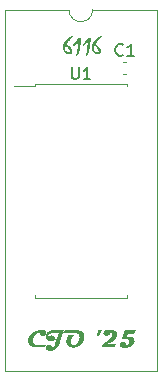
<source format=gbr>
%TF.GenerationSoftware,KiCad,Pcbnew,7.0.7*%
%TF.CreationDate,2025-03-10T13:51:10-04:00*%
%TF.ProjectId,6116 NVRAM,36313136-204e-4565-9241-4d2e6b696361,rev?*%
%TF.SameCoordinates,Original*%
%TF.FileFunction,Legend,Top*%
%TF.FilePolarity,Positive*%
%FSLAX46Y46*%
G04 Gerber Fmt 4.6, Leading zero omitted, Abs format (unit mm)*
G04 Created by KiCad (PCBNEW 7.0.7) date 2025-03-10 13:51:10*
%MOMM*%
%LPD*%
G01*
G04 APERTURE LIST*
%ADD10C,0.300000*%
%ADD11C,0.150000*%
%ADD12C,0.120000*%
G04 APERTURE END LIST*
D10*
G36*
X147078734Y-65329028D02*
G01*
X147092919Y-65334764D01*
X147107645Y-65341195D01*
X147122071Y-65348202D01*
X147129785Y-65352395D01*
X147141956Y-65361053D01*
X147150612Y-65373143D01*
X147152866Y-65384635D01*
X147143294Y-65397023D01*
X147132855Y-65409481D01*
X147122764Y-65420374D01*
X147116229Y-65426767D01*
X147103707Y-65438867D01*
X147091328Y-65450896D01*
X147079092Y-65462853D01*
X147066999Y-65474738D01*
X147055049Y-65486552D01*
X147043242Y-65498294D01*
X147038560Y-65502971D01*
X147026918Y-65514613D01*
X147015347Y-65526183D01*
X147003848Y-65537682D01*
X146992421Y-65549110D01*
X146981065Y-65560466D01*
X146969781Y-65571750D01*
X146965287Y-65576244D01*
X146955968Y-65588361D01*
X146946225Y-65600445D01*
X146936573Y-65612033D01*
X146925869Y-65624568D01*
X146924254Y-65626436D01*
X146914165Y-65637946D01*
X146903406Y-65649946D01*
X146891977Y-65662435D01*
X146881941Y-65673217D01*
X146871441Y-65684338D01*
X146862705Y-65693480D01*
X146849516Y-65727552D01*
X146839069Y-65738142D01*
X146831564Y-65743672D01*
X146819328Y-65752315D01*
X146808849Y-65760159D01*
X146798669Y-65771772D01*
X146788934Y-65783400D01*
X146785769Y-65787270D01*
X146775945Y-65799119D01*
X146766579Y-65810524D01*
X146758658Y-65820242D01*
X146747999Y-65833609D01*
X146737091Y-65847834D01*
X146728183Y-65859833D01*
X146719116Y-65872381D01*
X146709888Y-65885478D01*
X146700500Y-65899125D01*
X146690952Y-65913322D01*
X146686117Y-65920626D01*
X146676609Y-65935223D01*
X146667502Y-65949706D01*
X146658795Y-65964075D01*
X146650489Y-65978329D01*
X146642583Y-65992468D01*
X146635078Y-66006493D01*
X146627974Y-66020403D01*
X146621271Y-66034199D01*
X146627866Y-66032001D01*
X146641898Y-66039951D01*
X146655142Y-66048688D01*
X146667600Y-66058212D01*
X146669997Y-66060211D01*
X146682133Y-66070644D01*
X146693055Y-66080645D01*
X146703978Y-66091226D01*
X146708832Y-66096115D01*
X146721847Y-66104659D01*
X146734621Y-66112744D01*
X146747581Y-66120758D01*
X146754628Y-66125057D01*
X146767713Y-66132976D01*
X146781325Y-66141667D01*
X146795463Y-66151129D01*
X146807999Y-66159853D01*
X146818741Y-66167556D01*
X146829589Y-66177928D01*
X146842489Y-66190443D01*
X146854655Y-66202458D01*
X146866088Y-66213971D01*
X146876787Y-66224983D01*
X146888658Y-66237537D01*
X146892381Y-66241561D01*
X146902934Y-66252887D01*
X146914138Y-66264863D01*
X146925484Y-66276919D01*
X146936387Y-66288402D01*
X146938542Y-66290654D01*
X146949031Y-66303457D01*
X146959339Y-66316311D01*
X146969467Y-66329217D01*
X146979415Y-66342174D01*
X146989182Y-66355183D01*
X146992398Y-66359531D01*
X147001848Y-66372750D01*
X147010962Y-66386304D01*
X147019742Y-66400193D01*
X147028187Y-66414417D01*
X147036297Y-66428975D01*
X147038926Y-66433903D01*
X147047155Y-66449070D01*
X147054668Y-66464578D01*
X147061466Y-66480426D01*
X147067548Y-66496614D01*
X147072915Y-66513141D01*
X147077566Y-66530009D01*
X147079226Y-66536851D01*
X147082920Y-66554080D01*
X147085988Y-66571648D01*
X147088430Y-66589557D01*
X147090246Y-66607805D01*
X147091248Y-66622649D01*
X147091849Y-66637710D01*
X147092049Y-66652988D01*
X147091736Y-66667908D01*
X147090090Y-66689390D01*
X147087034Y-66709798D01*
X147082568Y-66729129D01*
X147076692Y-66747386D01*
X147069405Y-66764567D01*
X147060708Y-66780672D01*
X147050600Y-66795702D01*
X147039082Y-66809656D01*
X147026154Y-66822535D01*
X147011815Y-66834339D01*
X146996183Y-66845142D01*
X146979237Y-66854882D01*
X146960978Y-66863560D01*
X146941405Y-66871175D01*
X146920518Y-66877728D01*
X146905863Y-66881506D01*
X146890625Y-66884812D01*
X146874802Y-66887646D01*
X146858396Y-66890007D01*
X146841406Y-66891896D01*
X146823832Y-66893313D01*
X146805674Y-66894257D01*
X146786932Y-66894730D01*
X146777342Y-66894789D01*
X146761646Y-66894473D01*
X146746155Y-66893527D01*
X146730871Y-66891949D01*
X146715793Y-66889740D01*
X146700921Y-66886900D01*
X146686255Y-66883429D01*
X146671795Y-66879326D01*
X146657541Y-66874593D01*
X146643493Y-66869228D01*
X146629652Y-66863233D01*
X146620538Y-66858885D01*
X146607138Y-66851841D01*
X146594001Y-66844172D01*
X146581129Y-66835878D01*
X146568520Y-66826960D01*
X146556176Y-66817417D01*
X146544095Y-66807249D01*
X146532279Y-66796457D01*
X146520727Y-66785040D01*
X146509439Y-66772998D01*
X146498414Y-66760332D01*
X146491212Y-66751540D01*
X146400720Y-66639799D01*
X146394575Y-66626120D01*
X146389362Y-66611589D01*
X146382207Y-66596156D01*
X146375028Y-66580448D01*
X146367827Y-66564466D01*
X146360603Y-66548208D01*
X146353356Y-66531676D01*
X146346086Y-66514869D01*
X146338793Y-66497787D01*
X146331477Y-66480431D01*
X146327502Y-66465670D01*
X146323913Y-66450558D01*
X146320710Y-66435095D01*
X146317893Y-66419282D01*
X146317888Y-66419248D01*
X146482053Y-66419248D01*
X146482348Y-66434471D01*
X146483233Y-66449230D01*
X146485075Y-66466326D01*
X146487767Y-66482752D01*
X146491309Y-66498509D01*
X146494143Y-66508641D01*
X146499187Y-66523028D01*
X146504979Y-66536513D01*
X146512680Y-66551107D01*
X146521398Y-66564473D01*
X146529680Y-66574953D01*
X146540030Y-66585760D01*
X146552394Y-66596935D01*
X146564867Y-66607012D01*
X146576785Y-66615874D01*
X146583169Y-66620382D01*
X146596925Y-66629449D01*
X146611814Y-66638517D01*
X146625088Y-66646073D01*
X146639148Y-66653629D01*
X146653996Y-66661186D01*
X146669631Y-66668742D01*
X146683596Y-66674587D01*
X146697280Y-66679942D01*
X146712576Y-66685460D01*
X146727505Y-66690337D01*
X146731180Y-66691457D01*
X146745446Y-66695303D01*
X146760563Y-66698317D01*
X146776205Y-66700035D01*
X146783570Y-66700249D01*
X146798391Y-66699802D01*
X146814500Y-66698085D01*
X146830982Y-66694453D01*
X146844974Y-66689069D01*
X146856477Y-66681931D01*
X146867811Y-66670146D01*
X146875436Y-66655810D01*
X146879100Y-66640927D01*
X146879924Y-66628442D01*
X146879058Y-66613278D01*
X146876461Y-66597508D01*
X146872597Y-66582646D01*
X146867302Y-66567248D01*
X146861313Y-66552899D01*
X146854164Y-66538087D01*
X146850615Y-66531355D01*
X146845426Y-66517103D01*
X146838834Y-66501272D01*
X146832068Y-66486447D01*
X146825642Y-66473208D01*
X146818501Y-66459163D01*
X146815444Y-66453320D01*
X146807469Y-66438052D01*
X146798886Y-66422014D01*
X146791582Y-66408631D01*
X146783888Y-66394754D01*
X146775805Y-66380386D01*
X146767333Y-66365525D01*
X146758472Y-66350173D01*
X146753895Y-66342311D01*
X146743891Y-66328823D01*
X146733848Y-66315286D01*
X146723764Y-66301701D01*
X146713641Y-66288067D01*
X146703477Y-66274384D01*
X146693273Y-66260652D01*
X146683029Y-66246872D01*
X146672745Y-66233043D01*
X146662421Y-66219166D01*
X146652057Y-66205240D01*
X146641653Y-66191265D01*
X146631209Y-66177241D01*
X146620724Y-66163169D01*
X146610200Y-66149049D01*
X146599635Y-66134879D01*
X146589031Y-66120661D01*
X146582436Y-66091352D01*
X146581337Y-66090619D01*
X146574718Y-66104188D01*
X146567534Y-66118311D01*
X146565584Y-66122127D01*
X146559268Y-66135384D01*
X146552412Y-66151527D01*
X146546285Y-66167184D01*
X146541113Y-66181151D01*
X146535700Y-66196401D01*
X146530047Y-66212933D01*
X146525650Y-66226174D01*
X146519994Y-66243067D01*
X146514751Y-66259307D01*
X146509919Y-66274895D01*
X146505500Y-66289830D01*
X146501493Y-66304112D01*
X146497063Y-66321048D01*
X146493278Y-66336963D01*
X146491944Y-66343044D01*
X146489095Y-66357559D01*
X146486313Y-66373702D01*
X146484226Y-66388454D01*
X146482671Y-66403906D01*
X146482053Y-66419248D01*
X146317888Y-66419248D01*
X146316456Y-66410089D01*
X146314457Y-66393389D01*
X146313135Y-66378517D01*
X146312173Y-66363130D01*
X146311572Y-66347227D01*
X146311332Y-66330810D01*
X146311327Y-66328023D01*
X146311480Y-66308387D01*
X146311939Y-66289046D01*
X146312705Y-66269999D01*
X146313777Y-66251247D01*
X146315155Y-66232790D01*
X146316839Y-66214628D01*
X146318830Y-66196760D01*
X146321127Y-66179188D01*
X146323730Y-66161910D01*
X146326640Y-66144927D01*
X146329855Y-66128239D01*
X146333377Y-66111845D01*
X146337206Y-66095747D01*
X146341340Y-66079943D01*
X146345781Y-66064434D01*
X146350528Y-66049220D01*
X146355624Y-66034288D01*
X146361021Y-66019625D01*
X146366718Y-66005231D01*
X146372716Y-65991105D01*
X146379014Y-65977249D01*
X146385613Y-65963663D01*
X146392512Y-65950345D01*
X146399712Y-65937296D01*
X146407213Y-65924516D01*
X146415014Y-65912005D01*
X146423115Y-65899763D01*
X146435831Y-65881905D01*
X146449223Y-65864653D01*
X146463291Y-65848005D01*
X146468131Y-65842591D01*
X146479179Y-65831714D01*
X146487182Y-65823540D01*
X146498141Y-65812510D01*
X146508651Y-65801828D01*
X146514293Y-65796062D01*
X146522775Y-65783447D01*
X146527848Y-65774447D01*
X146535127Y-65761633D01*
X146543671Y-65748195D01*
X146549464Y-65739642D01*
X146559933Y-65726501D01*
X146570595Y-65713457D01*
X146581451Y-65700510D01*
X146592500Y-65687659D01*
X146603742Y-65674904D01*
X146615177Y-65662246D01*
X146626806Y-65649685D01*
X146638627Y-65637220D01*
X146650642Y-65624852D01*
X146662850Y-65612581D01*
X146671096Y-65604454D01*
X146683689Y-65592291D01*
X146696462Y-65580257D01*
X146709414Y-65568351D01*
X146722548Y-65556575D01*
X146735861Y-65544927D01*
X146749355Y-65533408D01*
X146763030Y-65522018D01*
X146776884Y-65510756D01*
X146790919Y-65499624D01*
X146805134Y-65488620D01*
X146814711Y-65481355D01*
X146827368Y-65471720D01*
X146840149Y-65462050D01*
X146853056Y-65452343D01*
X146866088Y-65442601D01*
X146879245Y-65432823D01*
X146892528Y-65423009D01*
X146897876Y-65419073D01*
X146911432Y-65409086D01*
X146925310Y-65399045D01*
X146939511Y-65388950D01*
X146954033Y-65378802D01*
X146968877Y-65368600D01*
X146984043Y-65358344D01*
X146990200Y-65354227D01*
X147003023Y-65349098D01*
X147013284Y-65338546D01*
X147014380Y-65337008D01*
X147028424Y-65332568D01*
X147038926Y-65329681D01*
X147053352Y-65325902D01*
X147063106Y-65323086D01*
X147078734Y-65329028D01*
G37*
G36*
X147175946Y-66207123D02*
G01*
X147172019Y-66191816D01*
X147169378Y-66176597D01*
X147168619Y-66170487D01*
X147167368Y-66155724D01*
X147166681Y-66140726D01*
X147166430Y-66125943D01*
X147166421Y-66122493D01*
X147168688Y-66107518D01*
X147173363Y-66093582D01*
X147179660Y-66079248D01*
X147182541Y-66073400D01*
X147190473Y-66058804D01*
X147198415Y-66045512D01*
X147207414Y-66031499D01*
X147215720Y-66019270D01*
X147224759Y-66006540D01*
X147230535Y-65998662D01*
X147240225Y-65984163D01*
X147249786Y-65970618D01*
X147259218Y-65958025D01*
X147268522Y-65946386D01*
X147279214Y-65934012D01*
X147280727Y-65932350D01*
X147291080Y-65921423D01*
X147301968Y-65910438D01*
X147313012Y-65899995D01*
X147321759Y-65892416D01*
X147329912Y-65879755D01*
X147338710Y-65866502D01*
X147348151Y-65852656D01*
X147358236Y-65838217D01*
X147367132Y-65825732D01*
X147372684Y-65818044D01*
X147382535Y-65804805D01*
X147393085Y-65791189D01*
X147404331Y-65777198D01*
X147413831Y-65765735D01*
X147423777Y-65754032D01*
X147434170Y-65742088D01*
X147445009Y-65729903D01*
X147447789Y-65726819D01*
X147458174Y-65715672D01*
X147468173Y-65704898D01*
X147480905Y-65691113D01*
X147492949Y-65677993D01*
X147504306Y-65665536D01*
X147514977Y-65653744D01*
X147524960Y-65642616D01*
X147536473Y-65629639D01*
X147538647Y-65627168D01*
X147548899Y-65615374D01*
X147559856Y-65602426D01*
X147569344Y-65590791D01*
X147578558Y-65578877D01*
X147586641Y-65567451D01*
X147597932Y-65556889D01*
X147608760Y-65545652D01*
X147612286Y-65541806D01*
X147622881Y-65530369D01*
X147633414Y-65518920D01*
X147643628Y-65507759D01*
X147645992Y-65505169D01*
X147657419Y-65494243D01*
X147669411Y-65483959D01*
X147680796Y-65475494D01*
X147694438Y-65468377D01*
X147709168Y-65464889D01*
X147716334Y-65464503D01*
X147730931Y-65467903D01*
X147745582Y-65471819D01*
X147752970Y-65474028D01*
X147767326Y-65477980D01*
X147783160Y-65483784D01*
X147797474Y-65490748D01*
X147810268Y-65498871D01*
X147823273Y-65509813D01*
X147826609Y-65513229D01*
X147836745Y-65526004D01*
X147844391Y-65540287D01*
X147849548Y-65556078D01*
X147851986Y-65570812D01*
X147852621Y-65583937D01*
X147852411Y-65600377D01*
X147851780Y-65616675D01*
X147850728Y-65632834D01*
X147849255Y-65648853D01*
X147848225Y-65657943D01*
X147846251Y-65673794D01*
X147843857Y-65689609D01*
X147841042Y-65705390D01*
X147837806Y-65721135D01*
X147835769Y-65730117D01*
X147833250Y-65745365D01*
X147831604Y-65760793D01*
X147831372Y-65763456D01*
X147830538Y-65778930D01*
X147830080Y-65794501D01*
X147829912Y-65809738D01*
X147829907Y-65813281D01*
X147829423Y-65828053D01*
X147829174Y-65831600D01*
X147827594Y-65846575D01*
X147826609Y-65852116D01*
X147823243Y-65866954D01*
X147822579Y-65871167D01*
X147821847Y-65883623D01*
X147821847Y-65917695D01*
X147821122Y-65932400D01*
X147819139Y-65947867D01*
X147818549Y-65951401D01*
X147815568Y-65966824D01*
X147812279Y-65981490D01*
X147810123Y-65990235D01*
X147807885Y-66006000D01*
X147805467Y-66021342D01*
X147802659Y-66036729D01*
X147802429Y-66037863D01*
X147799407Y-66052700D01*
X147797667Y-66062043D01*
X147793717Y-66076331D01*
X147789915Y-66090877D01*
X147786676Y-66103808D01*
X147782955Y-66119372D01*
X147779117Y-66134541D01*
X147775316Y-66148949D01*
X147772754Y-66158397D01*
X147784844Y-66195033D01*
X147782165Y-66210970D01*
X147779234Y-66227090D01*
X147776435Y-66242065D01*
X147773120Y-66259513D01*
X147770009Y-66275908D01*
X147767327Y-66290377D01*
X147764474Y-66306047D01*
X147761448Y-66322920D01*
X147758251Y-66340995D01*
X147754883Y-66360272D01*
X147752243Y-66375519D01*
X147749507Y-66391442D01*
X147748574Y-66396900D01*
X147745643Y-66412505D01*
X147742712Y-66427629D01*
X147739781Y-66442272D01*
X147736117Y-66459899D01*
X147732454Y-66476776D01*
X147728790Y-66492901D01*
X147725127Y-66508274D01*
X147721524Y-66522684D01*
X147717059Y-66538724D01*
X147712439Y-66553398D01*
X147706854Y-66568793D01*
X147701059Y-66582330D01*
X147700214Y-66584112D01*
X147695680Y-66598740D01*
X147691971Y-66613736D01*
X147688673Y-66629352D01*
X147687025Y-66637967D01*
X147684087Y-66654514D01*
X147681485Y-66670288D01*
X147678806Y-66687530D01*
X147676515Y-66703020D01*
X147674169Y-66719530D01*
X147672736Y-66729925D01*
X147666380Y-66744637D01*
X147660438Y-66758542D01*
X147654221Y-66773225D01*
X147648556Y-66786711D01*
X147642646Y-66800861D01*
X147636455Y-66816063D01*
X147630925Y-66829931D01*
X147625189Y-66844571D01*
X147619247Y-66859984D01*
X147609633Y-66871153D01*
X147599932Y-66882496D01*
X147591037Y-66892957D01*
X147580738Y-66905012D01*
X147570548Y-66916346D01*
X147559572Y-66928038D01*
X147558431Y-66929227D01*
X147549831Y-66941366D01*
X147539744Y-66953565D01*
X147529383Y-66963978D01*
X147517398Y-66973557D01*
X147504046Y-66981478D01*
X147489193Y-66986803D01*
X147474167Y-66988578D01*
X147459040Y-66986755D01*
X147445530Y-66980206D01*
X147444125Y-66979053D01*
X147435835Y-66966529D01*
X147433511Y-66952024D01*
X147433501Y-66950842D01*
X147434312Y-66935271D01*
X147436065Y-66920434D01*
X147439088Y-66906043D01*
X147443307Y-66891222D01*
X147447789Y-66877936D01*
X147452169Y-66863781D01*
X147456654Y-66849205D01*
X147461245Y-66834208D01*
X147465941Y-66818791D01*
X147468672Y-66809792D01*
X147472448Y-66795000D01*
X147475992Y-66780619D01*
X147479937Y-66763905D01*
X147483548Y-66747784D01*
X147486824Y-66732255D01*
X147488822Y-66722231D01*
X147491642Y-66707831D01*
X147494770Y-66692139D01*
X147497723Y-66677638D01*
X147500883Y-66662525D01*
X147502377Y-66655553D01*
X147503619Y-66640226D01*
X147505130Y-66624632D01*
X147506041Y-66615986D01*
X147507679Y-66600086D01*
X147509215Y-66584430D01*
X147510629Y-66569444D01*
X147511536Y-66559565D01*
X147515372Y-66544567D01*
X147519596Y-66531722D01*
X147523866Y-66517578D01*
X147526191Y-66502779D01*
X147526855Y-66485835D01*
X147528224Y-66469640D01*
X147529936Y-66453862D01*
X147532167Y-66436009D01*
X147534325Y-66420233D01*
X147536815Y-66403128D01*
X147539746Y-66384621D01*
X147542185Y-66369891D01*
X147544829Y-66354434D01*
X147547680Y-66338250D01*
X147550737Y-66321337D01*
X147554000Y-66303697D01*
X147557469Y-66285329D01*
X147561144Y-66266233D01*
X147565025Y-66246410D01*
X147569113Y-66225859D01*
X147570521Y-66218847D01*
X147572540Y-66203709D01*
X147573085Y-66200162D01*
X147576036Y-66185418D01*
X147578947Y-66174883D01*
X147572704Y-66160968D01*
X147569055Y-66152168D01*
X147571197Y-66136938D01*
X147573340Y-66121270D01*
X147573818Y-66117730D01*
X147575381Y-66102497D01*
X147576180Y-66087357D01*
X147576383Y-66074133D01*
X147576944Y-66056900D01*
X147578317Y-66039701D01*
X147580092Y-66023656D01*
X147582439Y-66006055D01*
X147584729Y-65990854D01*
X147587385Y-65974657D01*
X147588106Y-65970452D01*
X147590940Y-65953982D01*
X147593396Y-65938647D01*
X147595934Y-65921071D01*
X147597882Y-65905266D01*
X147599441Y-65888638D01*
X147600184Y-65872462D01*
X147600196Y-65870434D01*
X147599705Y-65855578D01*
X147597632Y-65843690D01*
X147597265Y-65836729D01*
X147589205Y-65839293D01*
X147578189Y-65850006D01*
X147567533Y-65860301D01*
X147553886Y-65873375D01*
X147540880Y-65885706D01*
X147528515Y-65897292D01*
X147516791Y-65908134D01*
X147505709Y-65918232D01*
X147492757Y-65929808D01*
X147490287Y-65931983D01*
X147478627Y-65941933D01*
X147466194Y-65952031D01*
X147453837Y-65961273D01*
X147441349Y-65969136D01*
X147436065Y-65971551D01*
X147427593Y-65984145D01*
X147418903Y-65995991D01*
X147409020Y-66008608D01*
X147399600Y-66020037D01*
X147392834Y-66027971D01*
X147382006Y-66040078D01*
X147370406Y-66052494D01*
X147360148Y-66063077D01*
X147349354Y-66073875D01*
X147338023Y-66084888D01*
X147326156Y-66096115D01*
X147315040Y-66106968D01*
X147303951Y-66117822D01*
X147292887Y-66128675D01*
X147281849Y-66139529D01*
X147270836Y-66150382D01*
X147267171Y-66154000D01*
X147255974Y-66164910D01*
X147244365Y-66176205D01*
X147232344Y-66187887D01*
X147219910Y-66199956D01*
X147209234Y-66210308D01*
X147202691Y-66216648D01*
X147175946Y-66207123D01*
G37*
G36*
X147987810Y-66207123D02*
G01*
X147983883Y-66191816D01*
X147981241Y-66176597D01*
X147980482Y-66170487D01*
X147979231Y-66155724D01*
X147978544Y-66140726D01*
X147978293Y-66125943D01*
X147978284Y-66122493D01*
X147980551Y-66107518D01*
X147985227Y-66093582D01*
X147991523Y-66079248D01*
X147994404Y-66073400D01*
X148002336Y-66058804D01*
X148010278Y-66045512D01*
X148019277Y-66031499D01*
X148027583Y-66019270D01*
X148036622Y-66006540D01*
X148042398Y-65998662D01*
X148052088Y-65984163D01*
X148061649Y-65970618D01*
X148071082Y-65958025D01*
X148080385Y-65946386D01*
X148091077Y-65934012D01*
X148092590Y-65932350D01*
X148102943Y-65921423D01*
X148113831Y-65910438D01*
X148124876Y-65899995D01*
X148133623Y-65892416D01*
X148141776Y-65879755D01*
X148150573Y-65866502D01*
X148160014Y-65852656D01*
X148170099Y-65838217D01*
X148178995Y-65825732D01*
X148184547Y-65818044D01*
X148194399Y-65804805D01*
X148204948Y-65791189D01*
X148216195Y-65777198D01*
X148225694Y-65765735D01*
X148235640Y-65754032D01*
X148246033Y-65742088D01*
X148256872Y-65729903D01*
X148259652Y-65726819D01*
X148270038Y-65715672D01*
X148280037Y-65704898D01*
X148292768Y-65691113D01*
X148304812Y-65677993D01*
X148316169Y-65665536D01*
X148326840Y-65653744D01*
X148336823Y-65642616D01*
X148348336Y-65629639D01*
X148350510Y-65627168D01*
X148360762Y-65615374D01*
X148371719Y-65602426D01*
X148381207Y-65590791D01*
X148390421Y-65578877D01*
X148398504Y-65567451D01*
X148409795Y-65556889D01*
X148420623Y-65545652D01*
X148424150Y-65541806D01*
X148434744Y-65530369D01*
X148445277Y-65518920D01*
X148455491Y-65507759D01*
X148457855Y-65505169D01*
X148469282Y-65494243D01*
X148481274Y-65483959D01*
X148492660Y-65475494D01*
X148506301Y-65468377D01*
X148521031Y-65464889D01*
X148528197Y-65464503D01*
X148542794Y-65467903D01*
X148557445Y-65471819D01*
X148564833Y-65474028D01*
X148579189Y-65477980D01*
X148595023Y-65483784D01*
X148609337Y-65490748D01*
X148622131Y-65498871D01*
X148635137Y-65509813D01*
X148638473Y-65513229D01*
X148648608Y-65526004D01*
X148656254Y-65540287D01*
X148661411Y-65556078D01*
X148663849Y-65570812D01*
X148664484Y-65583937D01*
X148664274Y-65600377D01*
X148663643Y-65616675D01*
X148662591Y-65632834D01*
X148661119Y-65648853D01*
X148660088Y-65657943D01*
X148658115Y-65673794D01*
X148655720Y-65689609D01*
X148652905Y-65705390D01*
X148649670Y-65721135D01*
X148647632Y-65730117D01*
X148645114Y-65745365D01*
X148643467Y-65760793D01*
X148643235Y-65763456D01*
X148642401Y-65778930D01*
X148641943Y-65794501D01*
X148641776Y-65809738D01*
X148641770Y-65813281D01*
X148641286Y-65828053D01*
X148641037Y-65831600D01*
X148639457Y-65846575D01*
X148638473Y-65852116D01*
X148635107Y-65866954D01*
X148634443Y-65871167D01*
X148633710Y-65883623D01*
X148633710Y-65917695D01*
X148632985Y-65932400D01*
X148631002Y-65947867D01*
X148630413Y-65951401D01*
X148627431Y-65966824D01*
X148624143Y-65981490D01*
X148621986Y-65990235D01*
X148619748Y-66006000D01*
X148617330Y-66021342D01*
X148614522Y-66036729D01*
X148614293Y-66037863D01*
X148611270Y-66052700D01*
X148609530Y-66062043D01*
X148605580Y-66076331D01*
X148601778Y-66090877D01*
X148598539Y-66103808D01*
X148594818Y-66119372D01*
X148590980Y-66134541D01*
X148587179Y-66148949D01*
X148584617Y-66158397D01*
X148596707Y-66195033D01*
X148594028Y-66210970D01*
X148591097Y-66227090D01*
X148588298Y-66242065D01*
X148584983Y-66259513D01*
X148581873Y-66275908D01*
X148579191Y-66290377D01*
X148576337Y-66306047D01*
X148573312Y-66322920D01*
X148570115Y-66340995D01*
X148566746Y-66360272D01*
X148564106Y-66375519D01*
X148561370Y-66391442D01*
X148560437Y-66396900D01*
X148557506Y-66412505D01*
X148554575Y-66427629D01*
X148551644Y-66442272D01*
X148547981Y-66459899D01*
X148544317Y-66476776D01*
X148540653Y-66492901D01*
X148536990Y-66508274D01*
X148533387Y-66522684D01*
X148528922Y-66538724D01*
X148524302Y-66553398D01*
X148518717Y-66568793D01*
X148512922Y-66582330D01*
X148512077Y-66584112D01*
X148507543Y-66598740D01*
X148503834Y-66613736D01*
X148500536Y-66629352D01*
X148498888Y-66637967D01*
X148495950Y-66654514D01*
X148493348Y-66670288D01*
X148490669Y-66687530D01*
X148488378Y-66703020D01*
X148486033Y-66719530D01*
X148484600Y-66729925D01*
X148478243Y-66744637D01*
X148472301Y-66758542D01*
X148466085Y-66773225D01*
X148460420Y-66786711D01*
X148454509Y-66800861D01*
X148448318Y-66816063D01*
X148442788Y-66829931D01*
X148437052Y-66844571D01*
X148431110Y-66859984D01*
X148421496Y-66871153D01*
X148411795Y-66882496D01*
X148402900Y-66892957D01*
X148392601Y-66905012D01*
X148382412Y-66916346D01*
X148371435Y-66928038D01*
X148370294Y-66929227D01*
X148361694Y-66941366D01*
X148351607Y-66953565D01*
X148341246Y-66963978D01*
X148329261Y-66973557D01*
X148315909Y-66981478D01*
X148301056Y-66986803D01*
X148286030Y-66988578D01*
X148270903Y-66986755D01*
X148257394Y-66980206D01*
X148255988Y-66979053D01*
X148247698Y-66966529D01*
X148245374Y-66952024D01*
X148245364Y-66950842D01*
X148246175Y-66935271D01*
X148247928Y-66920434D01*
X148250951Y-66906043D01*
X148255170Y-66891222D01*
X148259652Y-66877936D01*
X148264032Y-66863781D01*
X148268518Y-66849205D01*
X148273108Y-66834208D01*
X148277804Y-66818791D01*
X148280535Y-66809792D01*
X148284311Y-66795000D01*
X148287855Y-66780619D01*
X148291800Y-66763905D01*
X148295411Y-66747784D01*
X148298687Y-66732255D01*
X148300685Y-66722231D01*
X148303505Y-66707831D01*
X148306634Y-66692139D01*
X148309586Y-66677638D01*
X148312746Y-66662525D01*
X148314240Y-66655553D01*
X148315482Y-66640226D01*
X148316994Y-66624632D01*
X148317904Y-66615986D01*
X148319543Y-66600086D01*
X148321078Y-66584430D01*
X148322492Y-66569444D01*
X148323399Y-66559565D01*
X148327235Y-66544567D01*
X148331459Y-66531722D01*
X148335729Y-66517578D01*
X148338054Y-66502779D01*
X148338718Y-66485835D01*
X148340088Y-66469640D01*
X148341800Y-66453862D01*
X148344030Y-66436009D01*
X148346188Y-66420233D01*
X148348678Y-66403128D01*
X148351609Y-66384621D01*
X148354048Y-66369891D01*
X148356693Y-66354434D01*
X148359543Y-66338250D01*
X148362600Y-66321337D01*
X148365863Y-66303697D01*
X148369332Y-66285329D01*
X148373007Y-66266233D01*
X148376889Y-66246410D01*
X148380976Y-66225859D01*
X148382384Y-66218847D01*
X148384403Y-66203709D01*
X148384949Y-66200162D01*
X148387899Y-66185418D01*
X148390810Y-66174883D01*
X148384567Y-66160968D01*
X148380919Y-66152168D01*
X148383060Y-66136938D01*
X148385204Y-66121270D01*
X148385681Y-66117730D01*
X148387244Y-66102497D01*
X148388043Y-66087357D01*
X148388246Y-66074133D01*
X148388807Y-66056900D01*
X148390181Y-66039701D01*
X148391955Y-66023656D01*
X148394302Y-66006055D01*
X148396592Y-65990854D01*
X148399248Y-65974657D01*
X148399969Y-65970452D01*
X148402803Y-65953982D01*
X148405259Y-65938647D01*
X148407797Y-65921071D01*
X148409745Y-65905266D01*
X148411304Y-65888638D01*
X148412048Y-65872462D01*
X148412060Y-65870434D01*
X148411569Y-65855578D01*
X148409495Y-65843690D01*
X148409129Y-65836729D01*
X148401069Y-65839293D01*
X148390052Y-65850006D01*
X148379396Y-65860301D01*
X148365749Y-65873375D01*
X148352743Y-65885706D01*
X148340378Y-65897292D01*
X148328654Y-65908134D01*
X148317572Y-65918232D01*
X148304620Y-65929808D01*
X148302150Y-65931983D01*
X148290490Y-65941933D01*
X148278057Y-65952031D01*
X148265700Y-65961273D01*
X148253213Y-65969136D01*
X148247928Y-65971551D01*
X148239456Y-65984145D01*
X148230766Y-65995991D01*
X148220883Y-66008608D01*
X148211464Y-66020037D01*
X148204697Y-66027971D01*
X148193870Y-66040078D01*
X148182269Y-66052494D01*
X148172011Y-66063077D01*
X148161217Y-66073875D01*
X148149887Y-66084888D01*
X148138019Y-66096115D01*
X148126904Y-66106968D01*
X148115814Y-66117822D01*
X148104750Y-66128675D01*
X148093712Y-66139529D01*
X148082699Y-66150382D01*
X148079034Y-66154000D01*
X148067837Y-66164910D01*
X148056228Y-66176205D01*
X148044207Y-66187887D01*
X148031773Y-66199956D01*
X148021097Y-66210308D01*
X148014554Y-66216648D01*
X147987810Y-66207123D01*
G37*
G36*
X149521651Y-65329028D02*
G01*
X149535836Y-65334764D01*
X149550562Y-65341195D01*
X149564988Y-65348202D01*
X149572702Y-65352395D01*
X149584873Y-65361053D01*
X149593528Y-65373143D01*
X149595782Y-65384635D01*
X149586211Y-65397023D01*
X149575772Y-65409481D01*
X149565680Y-65420374D01*
X149559146Y-65426767D01*
X149546624Y-65438867D01*
X149534245Y-65450896D01*
X149522009Y-65462853D01*
X149509916Y-65474738D01*
X149497966Y-65486552D01*
X149486159Y-65498294D01*
X149481477Y-65502971D01*
X149469835Y-65514613D01*
X149458264Y-65526183D01*
X149446765Y-65537682D01*
X149435338Y-65549110D01*
X149423982Y-65560466D01*
X149412698Y-65571750D01*
X149408204Y-65576244D01*
X149398885Y-65588361D01*
X149389142Y-65600445D01*
X149379490Y-65612033D01*
X149368786Y-65624568D01*
X149367171Y-65626436D01*
X149357082Y-65637946D01*
X149346323Y-65649946D01*
X149334894Y-65662435D01*
X149324858Y-65673217D01*
X149314357Y-65684338D01*
X149305622Y-65693480D01*
X149292433Y-65727552D01*
X149281986Y-65738142D01*
X149274481Y-65743672D01*
X149262245Y-65752315D01*
X149251766Y-65760159D01*
X149241586Y-65771772D01*
X149231851Y-65783400D01*
X149228685Y-65787270D01*
X149218862Y-65799119D01*
X149209496Y-65810524D01*
X149201575Y-65820242D01*
X149190916Y-65833609D01*
X149180008Y-65847834D01*
X149171100Y-65859833D01*
X149162033Y-65872381D01*
X149152805Y-65885478D01*
X149143417Y-65899125D01*
X149133869Y-65913322D01*
X149129034Y-65920626D01*
X149119526Y-65935223D01*
X149110419Y-65949706D01*
X149101712Y-65964075D01*
X149093405Y-65978329D01*
X149085500Y-65992468D01*
X149077995Y-66006493D01*
X149070891Y-66020403D01*
X149064188Y-66034199D01*
X149070782Y-66032001D01*
X149084815Y-66039951D01*
X149098059Y-66048688D01*
X149110517Y-66058212D01*
X149112914Y-66060211D01*
X149125050Y-66070644D01*
X149135972Y-66080645D01*
X149146895Y-66091226D01*
X149151749Y-66096115D01*
X149164764Y-66104659D01*
X149177538Y-66112744D01*
X149190498Y-66120758D01*
X149197545Y-66125057D01*
X149210630Y-66132976D01*
X149224242Y-66141667D01*
X149238379Y-66151129D01*
X149250916Y-66159853D01*
X149261658Y-66167556D01*
X149272506Y-66177928D01*
X149285406Y-66190443D01*
X149297572Y-66202458D01*
X149309005Y-66213971D01*
X149319704Y-66224983D01*
X149331575Y-66237537D01*
X149335297Y-66241561D01*
X149345850Y-66252887D01*
X149357055Y-66264863D01*
X149368401Y-66276919D01*
X149379304Y-66288402D01*
X149381459Y-66290654D01*
X149391948Y-66303457D01*
X149402256Y-66316311D01*
X149412384Y-66329217D01*
X149422332Y-66342174D01*
X149432099Y-66355183D01*
X149435315Y-66359531D01*
X149444765Y-66372750D01*
X149453879Y-66386304D01*
X149462659Y-66400193D01*
X149471104Y-66414417D01*
X149479214Y-66428975D01*
X149481843Y-66433903D01*
X149490072Y-66449070D01*
X149497585Y-66464578D01*
X149504383Y-66480426D01*
X149510465Y-66496614D01*
X149515832Y-66513141D01*
X149520483Y-66530009D01*
X149522143Y-66536851D01*
X149525837Y-66554080D01*
X149528905Y-66571648D01*
X149531347Y-66589557D01*
X149533163Y-66607805D01*
X149534165Y-66622649D01*
X149534766Y-66637710D01*
X149534966Y-66652988D01*
X149534653Y-66667908D01*
X149533007Y-66689390D01*
X149529951Y-66709798D01*
X149525485Y-66729129D01*
X149519609Y-66747386D01*
X149512322Y-66764567D01*
X149503625Y-66780672D01*
X149493517Y-66795702D01*
X149481999Y-66809656D01*
X149469071Y-66822535D01*
X149454732Y-66834339D01*
X149439100Y-66845142D01*
X149422154Y-66854882D01*
X149403895Y-66863560D01*
X149384322Y-66871175D01*
X149363435Y-66877728D01*
X149348780Y-66881506D01*
X149333542Y-66884812D01*
X149317719Y-66887646D01*
X149301313Y-66890007D01*
X149284323Y-66891896D01*
X149266749Y-66893313D01*
X149248591Y-66894257D01*
X149229849Y-66894730D01*
X149220259Y-66894789D01*
X149204563Y-66894473D01*
X149189072Y-66893527D01*
X149173788Y-66891949D01*
X149158710Y-66889740D01*
X149143838Y-66886900D01*
X149129172Y-66883429D01*
X149114712Y-66879326D01*
X149100458Y-66874593D01*
X149086410Y-66869228D01*
X149072568Y-66863233D01*
X149063455Y-66858885D01*
X149050055Y-66851841D01*
X149036918Y-66844172D01*
X149024046Y-66835878D01*
X149011437Y-66826960D01*
X148999093Y-66817417D01*
X148987012Y-66807249D01*
X148975196Y-66796457D01*
X148963644Y-66785040D01*
X148952356Y-66772998D01*
X148941331Y-66760332D01*
X148934129Y-66751540D01*
X148843637Y-66639799D01*
X148837492Y-66626120D01*
X148832279Y-66611589D01*
X148825124Y-66596156D01*
X148817945Y-66580448D01*
X148810744Y-66564466D01*
X148803520Y-66548208D01*
X148796273Y-66531676D01*
X148789003Y-66514869D01*
X148781710Y-66497787D01*
X148774394Y-66480431D01*
X148770419Y-66465670D01*
X148766830Y-66450558D01*
X148763627Y-66435095D01*
X148760810Y-66419282D01*
X148760805Y-66419248D01*
X148924969Y-66419248D01*
X148925265Y-66434471D01*
X148926150Y-66449230D01*
X148927992Y-66466326D01*
X148930684Y-66482752D01*
X148934226Y-66498509D01*
X148937060Y-66508641D01*
X148942104Y-66523028D01*
X148947896Y-66536513D01*
X148955597Y-66551107D01*
X148964315Y-66564473D01*
X148972597Y-66574953D01*
X148982947Y-66585760D01*
X148995311Y-66596935D01*
X149007784Y-66607012D01*
X149019702Y-66615874D01*
X149026086Y-66620382D01*
X149039842Y-66629449D01*
X149054731Y-66638517D01*
X149068005Y-66646073D01*
X149082065Y-66653629D01*
X149096913Y-66661186D01*
X149112548Y-66668742D01*
X149126513Y-66674587D01*
X149140197Y-66679942D01*
X149155493Y-66685460D01*
X149170422Y-66690337D01*
X149174097Y-66691457D01*
X149188363Y-66695303D01*
X149203480Y-66698317D01*
X149219122Y-66700035D01*
X149226487Y-66700249D01*
X149241308Y-66699802D01*
X149257417Y-66698085D01*
X149273899Y-66694453D01*
X149287891Y-66689069D01*
X149299394Y-66681931D01*
X149310728Y-66670146D01*
X149318353Y-66655810D01*
X149322017Y-66640927D01*
X149322841Y-66628442D01*
X149321975Y-66613278D01*
X149319378Y-66597508D01*
X149315514Y-66582646D01*
X149310219Y-66567248D01*
X149304229Y-66552899D01*
X149297081Y-66538087D01*
X149293532Y-66531355D01*
X149288343Y-66517103D01*
X149281751Y-66501272D01*
X149274985Y-66486447D01*
X149268559Y-66473208D01*
X149261418Y-66459163D01*
X149258361Y-66453320D01*
X149250386Y-66438052D01*
X149241803Y-66422014D01*
X149234499Y-66408631D01*
X149226805Y-66394754D01*
X149218722Y-66380386D01*
X149210250Y-66365525D01*
X149201388Y-66350173D01*
X149196812Y-66342311D01*
X149186808Y-66328823D01*
X149176765Y-66315286D01*
X149166681Y-66301701D01*
X149156558Y-66288067D01*
X149146394Y-66274384D01*
X149136190Y-66260652D01*
X149125946Y-66246872D01*
X149115662Y-66233043D01*
X149105338Y-66219166D01*
X149094974Y-66205240D01*
X149084570Y-66191265D01*
X149074126Y-66177241D01*
X149063641Y-66163169D01*
X149053117Y-66149049D01*
X149042552Y-66134879D01*
X149031948Y-66120661D01*
X149025353Y-66091352D01*
X149024254Y-66090619D01*
X149017635Y-66104188D01*
X149010451Y-66118311D01*
X149008501Y-66122127D01*
X149002185Y-66135384D01*
X148995329Y-66151527D01*
X148989202Y-66167184D01*
X148984030Y-66181151D01*
X148978617Y-66196401D01*
X148972964Y-66212933D01*
X148968567Y-66226174D01*
X148962911Y-66243067D01*
X148957668Y-66259307D01*
X148952836Y-66274895D01*
X148948417Y-66289830D01*
X148944410Y-66304112D01*
X148939980Y-66321048D01*
X148936195Y-66336963D01*
X148934861Y-66343044D01*
X148932012Y-66357559D01*
X148929230Y-66373702D01*
X148927143Y-66388454D01*
X148925588Y-66403906D01*
X148924969Y-66419248D01*
X148760805Y-66419248D01*
X148759373Y-66410089D01*
X148757374Y-66393389D01*
X148756052Y-66378517D01*
X148755090Y-66363130D01*
X148754489Y-66347227D01*
X148754249Y-66330810D01*
X148754244Y-66328023D01*
X148754397Y-66308387D01*
X148754856Y-66289046D01*
X148755622Y-66269999D01*
X148756694Y-66251247D01*
X148758072Y-66232790D01*
X148759756Y-66214628D01*
X148761747Y-66196760D01*
X148764044Y-66179188D01*
X148766647Y-66161910D01*
X148769557Y-66144927D01*
X148772772Y-66128239D01*
X148776294Y-66111845D01*
X148780123Y-66095747D01*
X148784257Y-66079943D01*
X148788698Y-66064434D01*
X148793445Y-66049220D01*
X148798541Y-66034288D01*
X148803938Y-66019625D01*
X148809635Y-66005231D01*
X148815633Y-65991105D01*
X148821931Y-65977249D01*
X148828530Y-65963663D01*
X148835429Y-65950345D01*
X148842629Y-65937296D01*
X148850130Y-65924516D01*
X148857931Y-65912005D01*
X148866032Y-65899763D01*
X148878748Y-65881905D01*
X148892140Y-65864653D01*
X148906208Y-65848005D01*
X148911048Y-65842591D01*
X148922096Y-65831714D01*
X148930099Y-65823540D01*
X148941058Y-65812510D01*
X148951568Y-65801828D01*
X148957210Y-65796062D01*
X148965692Y-65783447D01*
X148970765Y-65774447D01*
X148978044Y-65761633D01*
X148986588Y-65748195D01*
X148992381Y-65739642D01*
X149002850Y-65726501D01*
X149013512Y-65713457D01*
X149024368Y-65700510D01*
X149035417Y-65687659D01*
X149046659Y-65674904D01*
X149058094Y-65662246D01*
X149069723Y-65649685D01*
X149081544Y-65637220D01*
X149093559Y-65624852D01*
X149105767Y-65612581D01*
X149114013Y-65604454D01*
X149126606Y-65592291D01*
X149139378Y-65580257D01*
X149152331Y-65568351D01*
X149165465Y-65556575D01*
X149178778Y-65544927D01*
X149192272Y-65533408D01*
X149205947Y-65522018D01*
X149219801Y-65510756D01*
X149233836Y-65499624D01*
X149248051Y-65488620D01*
X149257628Y-65481355D01*
X149270285Y-65471720D01*
X149283066Y-65462050D01*
X149295973Y-65452343D01*
X149309005Y-65442601D01*
X149322162Y-65432823D01*
X149335445Y-65423009D01*
X149340793Y-65419073D01*
X149354349Y-65409086D01*
X149368227Y-65399045D01*
X149382428Y-65388950D01*
X149396950Y-65378802D01*
X149411794Y-65368600D01*
X149426960Y-65358344D01*
X149433117Y-65354227D01*
X149445939Y-65349098D01*
X149456201Y-65338546D01*
X149457297Y-65337008D01*
X149471341Y-65332568D01*
X149481843Y-65329681D01*
X149496269Y-65325902D01*
X149506023Y-65323086D01*
X149521651Y-65329028D01*
G37*
G36*
X144897311Y-90485096D02*
G01*
X144896561Y-90504590D01*
X144894310Y-90523505D01*
X144890559Y-90541839D01*
X144885307Y-90559594D01*
X144878555Y-90576770D01*
X144870302Y-90593366D01*
X144860549Y-90609382D01*
X144849295Y-90624819D01*
X144836540Y-90639676D01*
X144822285Y-90653953D01*
X144811949Y-90663150D01*
X144796388Y-90675393D01*
X144780345Y-90686432D01*
X144763819Y-90696267D01*
X144746810Y-90704898D01*
X144729318Y-90712324D01*
X144711343Y-90718546D01*
X144692885Y-90723564D01*
X144673944Y-90727378D01*
X144654520Y-90729987D01*
X144634613Y-90731392D01*
X144621073Y-90731660D01*
X144600641Y-90731064D01*
X144580698Y-90729277D01*
X144561245Y-90726298D01*
X144542282Y-90722128D01*
X144523807Y-90716767D01*
X144505823Y-90710214D01*
X144488327Y-90702470D01*
X144471321Y-90693535D01*
X144454805Y-90683408D01*
X144438778Y-90672090D01*
X144428365Y-90663882D01*
X144413110Y-90650063D01*
X144399355Y-90635671D01*
X144387101Y-90620705D01*
X144376347Y-90605167D01*
X144367094Y-90589055D01*
X144359341Y-90572370D01*
X144353089Y-90555112D01*
X144348337Y-90537281D01*
X144345086Y-90518876D01*
X144343336Y-90499898D01*
X144343002Y-90486928D01*
X144343406Y-90472032D01*
X144344854Y-90456210D01*
X144347355Y-90441669D01*
X144351429Y-90426845D01*
X144324016Y-90428001D01*
X144296915Y-90430920D01*
X144270126Y-90435603D01*
X144243649Y-90442049D01*
X144217484Y-90450258D01*
X144191631Y-90460230D01*
X144166090Y-90471965D01*
X144140861Y-90485463D01*
X144115944Y-90500724D01*
X144103602Y-90509016D01*
X144091339Y-90517749D01*
X144079153Y-90526922D01*
X144067046Y-90536536D01*
X144055016Y-90546591D01*
X144043064Y-90557087D01*
X144031191Y-90568024D01*
X144019395Y-90579401D01*
X144007678Y-90591219D01*
X143996038Y-90603478D01*
X143984477Y-90616178D01*
X143972993Y-90629318D01*
X143961587Y-90642899D01*
X143950260Y-90656921D01*
X143939869Y-90670420D01*
X143929808Y-90683942D01*
X143920077Y-90697488D01*
X143910675Y-90711057D01*
X143901604Y-90724650D01*
X143892862Y-90738267D01*
X143884451Y-90751907D01*
X143876369Y-90765571D01*
X143868617Y-90779259D01*
X143861195Y-90792970D01*
X143854102Y-90806705D01*
X143847340Y-90820463D01*
X143840908Y-90834245D01*
X143834805Y-90848050D01*
X143829032Y-90861880D01*
X143823589Y-90875732D01*
X143818476Y-90889609D01*
X143813693Y-90903509D01*
X143805117Y-90931380D01*
X143797859Y-90959345D01*
X143791922Y-90987405D01*
X143787304Y-91015559D01*
X143784005Y-91043808D01*
X143782026Y-91072151D01*
X143781366Y-91100588D01*
X143781908Y-91126938D01*
X143783535Y-91152450D01*
X143786247Y-91177127D01*
X143790044Y-91200967D01*
X143794926Y-91223970D01*
X143800892Y-91246137D01*
X143807943Y-91267467D01*
X143816079Y-91287961D01*
X143825300Y-91307618D01*
X143835605Y-91326439D01*
X143846995Y-91344424D01*
X143859470Y-91361571D01*
X143873030Y-91377883D01*
X143887674Y-91393358D01*
X143903404Y-91407996D01*
X143920218Y-91421798D01*
X143938117Y-91434764D01*
X143957101Y-91446893D01*
X143977169Y-91458185D01*
X143998322Y-91468641D01*
X144020560Y-91478261D01*
X144043883Y-91487044D01*
X144068291Y-91494991D01*
X144093783Y-91502101D01*
X144120360Y-91508374D01*
X144148022Y-91513812D01*
X144176769Y-91518412D01*
X144206600Y-91522176D01*
X144237517Y-91525104D01*
X144269518Y-91527195D01*
X144302603Y-91528450D01*
X144336774Y-91528868D01*
X144855180Y-91528868D01*
X144850467Y-91548744D01*
X144844297Y-91567337D01*
X144836671Y-91584647D01*
X144827588Y-91600676D01*
X144817048Y-91615422D01*
X144805051Y-91628886D01*
X144791597Y-91641067D01*
X144776686Y-91651967D01*
X144760318Y-91661584D01*
X144742494Y-91669919D01*
X144723213Y-91676971D01*
X144702474Y-91682741D01*
X144680279Y-91687229D01*
X144656627Y-91690435D01*
X144631518Y-91692358D01*
X144604953Y-91693000D01*
X144224667Y-91693000D01*
X144202586Y-91692899D01*
X144180767Y-91692596D01*
X144159209Y-91692091D01*
X144137913Y-91691385D01*
X144116877Y-91690477D01*
X144096103Y-91689367D01*
X144075590Y-91688056D01*
X144055338Y-91686542D01*
X144035347Y-91684827D01*
X144015617Y-91682910D01*
X143996149Y-91680791D01*
X143976941Y-91678471D01*
X143957995Y-91675949D01*
X143939310Y-91673224D01*
X143920887Y-91670299D01*
X143902724Y-91667171D01*
X143884823Y-91663841D01*
X143867182Y-91660310D01*
X143849803Y-91656577D01*
X143832685Y-91652642D01*
X143815829Y-91648506D01*
X143799233Y-91644167D01*
X143782899Y-91639627D01*
X143766826Y-91634885D01*
X143751014Y-91629941D01*
X143735463Y-91624796D01*
X143720173Y-91619448D01*
X143705145Y-91613899D01*
X143690378Y-91608148D01*
X143675872Y-91602196D01*
X143661627Y-91596041D01*
X143647643Y-91589685D01*
X143628938Y-91580603D01*
X143610833Y-91571172D01*
X143593329Y-91561392D01*
X143576425Y-91551262D01*
X143560122Y-91540784D01*
X143544418Y-91529956D01*
X143529315Y-91518779D01*
X143514813Y-91507253D01*
X143500911Y-91495377D01*
X143487609Y-91483153D01*
X143474908Y-91470579D01*
X143462806Y-91457656D01*
X143451306Y-91444384D01*
X143440405Y-91430763D01*
X143430105Y-91416792D01*
X143420405Y-91402473D01*
X143411306Y-91387804D01*
X143402807Y-91372786D01*
X143394908Y-91357418D01*
X143387610Y-91341702D01*
X143380912Y-91325636D01*
X143374815Y-91309221D01*
X143369317Y-91292457D01*
X143364420Y-91275344D01*
X143360124Y-91257882D01*
X143356428Y-91240070D01*
X143353332Y-91221909D01*
X143350836Y-91203399D01*
X143348941Y-91184540D01*
X143347646Y-91165332D01*
X143346952Y-91145774D01*
X143346858Y-91125868D01*
X143347546Y-91103382D01*
X143349062Y-91080896D01*
X143351404Y-91058411D01*
X143354574Y-91035925D01*
X143358571Y-91013440D01*
X143363396Y-90990954D01*
X143369047Y-90968468D01*
X143375526Y-90945983D01*
X143382832Y-90923497D01*
X143390965Y-90901012D01*
X143399925Y-90878526D01*
X143409712Y-90856040D01*
X143420327Y-90833555D01*
X143431768Y-90811069D01*
X143444037Y-90788584D01*
X143457133Y-90766098D01*
X143466459Y-90750834D01*
X143476027Y-90735773D01*
X143485837Y-90720913D01*
X143495888Y-90706255D01*
X143506181Y-90691798D01*
X143516716Y-90677544D01*
X143527493Y-90663491D01*
X143538512Y-90649640D01*
X143549773Y-90635991D01*
X143561275Y-90622543D01*
X143573020Y-90609298D01*
X143585006Y-90596254D01*
X143597234Y-90583412D01*
X143609704Y-90570771D01*
X143622416Y-90558333D01*
X143635370Y-90546096D01*
X143648565Y-90534061D01*
X143662003Y-90522228D01*
X143675682Y-90510597D01*
X143689603Y-90499167D01*
X143703766Y-90487939D01*
X143718171Y-90476913D01*
X143732818Y-90466089D01*
X143747706Y-90455467D01*
X143762837Y-90445046D01*
X143778209Y-90434827D01*
X143793823Y-90424810D01*
X143809679Y-90414995D01*
X143825777Y-90405382D01*
X143842117Y-90395970D01*
X143858698Y-90386760D01*
X143875521Y-90377752D01*
X143891971Y-90369232D01*
X143908486Y-90360982D01*
X143925064Y-90353003D01*
X143941707Y-90345294D01*
X143958415Y-90337856D01*
X143975187Y-90330688D01*
X143992023Y-90323791D01*
X144008924Y-90317164D01*
X144025889Y-90310808D01*
X144042918Y-90304722D01*
X144060012Y-90298907D01*
X144077171Y-90293362D01*
X144094393Y-90288088D01*
X144111680Y-90283084D01*
X144129032Y-90278350D01*
X144146448Y-90273887D01*
X144163928Y-90269695D01*
X144181473Y-90265773D01*
X144199082Y-90262122D01*
X144216755Y-90258741D01*
X144234493Y-90255630D01*
X144252296Y-90252790D01*
X144270162Y-90250221D01*
X144288093Y-90247921D01*
X144306089Y-90245893D01*
X144324149Y-90244135D01*
X144342273Y-90242647D01*
X144360462Y-90241430D01*
X144378715Y-90240483D01*
X144397032Y-90239807D01*
X144415414Y-90239401D01*
X144433861Y-90239266D01*
X144639757Y-90239266D01*
X144658324Y-90239923D01*
X144676517Y-90241894D01*
X144694336Y-90245178D01*
X144711782Y-90249776D01*
X144728855Y-90255688D01*
X144745554Y-90262914D01*
X144761879Y-90271453D01*
X144777831Y-90281306D01*
X144793409Y-90292473D01*
X144808614Y-90304954D01*
X144818543Y-90314004D01*
X144832620Y-90328146D01*
X144845312Y-90342680D01*
X144856620Y-90357606D01*
X144866543Y-90372926D01*
X144875081Y-90388639D01*
X144882235Y-90404744D01*
X144888004Y-90421242D01*
X144892388Y-90438133D01*
X144895388Y-90455417D01*
X144897004Y-90473094D01*
X144897311Y-90485096D01*
G37*
G36*
X146435309Y-90239266D02*
G01*
X146078836Y-91252996D01*
X146070525Y-91276071D01*
X146061939Y-91298814D01*
X146053079Y-91321226D01*
X146043946Y-91343305D01*
X146034538Y-91365052D01*
X146024856Y-91386467D01*
X146014900Y-91407550D01*
X146004670Y-91428301D01*
X145994166Y-91448720D01*
X145983388Y-91468807D01*
X145972336Y-91488563D01*
X145961010Y-91507986D01*
X145949410Y-91527077D01*
X145937536Y-91545836D01*
X145925387Y-91564263D01*
X145912965Y-91582357D01*
X145900268Y-91600120D01*
X145887298Y-91617551D01*
X145874053Y-91634650D01*
X145860535Y-91651417D01*
X145846742Y-91667852D01*
X145832675Y-91683955D01*
X145818334Y-91699726D01*
X145803720Y-91715165D01*
X145788831Y-91730271D01*
X145773668Y-91745046D01*
X145758231Y-91759489D01*
X145742520Y-91773600D01*
X145726534Y-91787378D01*
X145710275Y-91800825D01*
X145693742Y-91813940D01*
X145676935Y-91826722D01*
X145662559Y-91837249D01*
X145648148Y-91847441D01*
X145633700Y-91857298D01*
X145619215Y-91866822D01*
X145604694Y-91876012D01*
X145590136Y-91884867D01*
X145575542Y-91893388D01*
X145560912Y-91901575D01*
X145546245Y-91909428D01*
X145531541Y-91916947D01*
X145516801Y-91924131D01*
X145502024Y-91930982D01*
X145487211Y-91937498D01*
X145472362Y-91943680D01*
X145457476Y-91949528D01*
X145442553Y-91955042D01*
X145427594Y-91960221D01*
X145412598Y-91965066D01*
X145397566Y-91969578D01*
X145382498Y-91973755D01*
X145367393Y-91977598D01*
X145352251Y-91981106D01*
X145337073Y-91984281D01*
X145321859Y-91987121D01*
X145306608Y-91989628D01*
X145291320Y-91991800D01*
X145275996Y-91993638D01*
X145260636Y-91995141D01*
X145245239Y-91996311D01*
X145229806Y-91997146D01*
X145214336Y-91997647D01*
X145198829Y-91997815D01*
X145179858Y-91997551D01*
X145161323Y-91996761D01*
X145143222Y-91995445D01*
X145125556Y-91993601D01*
X145108326Y-91991231D01*
X145091530Y-91988335D01*
X145075170Y-91984912D01*
X145059244Y-91980962D01*
X145043754Y-91976485D01*
X145028699Y-91971482D01*
X145014079Y-91965952D01*
X144999893Y-91959896D01*
X144986143Y-91953313D01*
X144972828Y-91946203D01*
X144959948Y-91938567D01*
X144947503Y-91930404D01*
X144935259Y-91921526D01*
X144923804Y-91912297D01*
X144908103Y-91897793D01*
X144894180Y-91882497D01*
X144882034Y-91866409D01*
X144871666Y-91849529D01*
X144863075Y-91831856D01*
X144856261Y-91813392D01*
X144851225Y-91794135D01*
X144847967Y-91774086D01*
X144846486Y-91753245D01*
X144846387Y-91746122D01*
X144847092Y-91727695D01*
X144849208Y-91709784D01*
X144852733Y-91692387D01*
X144857670Y-91675506D01*
X144864016Y-91659139D01*
X144871773Y-91643288D01*
X144880941Y-91627953D01*
X144891518Y-91613132D01*
X144903506Y-91598827D01*
X144916905Y-91585037D01*
X144926621Y-91576129D01*
X144942020Y-91563493D01*
X144957992Y-91552100D01*
X144974537Y-91541949D01*
X144991656Y-91533041D01*
X145009348Y-91525377D01*
X145027613Y-91518955D01*
X145046451Y-91513776D01*
X145065862Y-91509840D01*
X145085846Y-91507147D01*
X145106404Y-91505697D01*
X145120427Y-91505421D01*
X145141560Y-91506042D01*
X145162094Y-91507907D01*
X145182029Y-91511014D01*
X145201365Y-91515364D01*
X145220102Y-91520957D01*
X145238241Y-91527794D01*
X145255780Y-91535873D01*
X145272720Y-91545194D01*
X145289062Y-91555759D01*
X145304804Y-91567567D01*
X145314967Y-91576129D01*
X145329371Y-91589576D01*
X145342358Y-91603538D01*
X145353929Y-91618015D01*
X145364082Y-91633007D01*
X145372819Y-91648515D01*
X145380139Y-91664538D01*
X145386043Y-91681075D01*
X145390529Y-91698129D01*
X145393599Y-91715697D01*
X145395252Y-91733780D01*
X145395567Y-91746122D01*
X145394902Y-91761262D01*
X145393300Y-91775867D01*
X145391537Y-91787521D01*
X145409865Y-91778595D01*
X145427755Y-91768025D01*
X145445208Y-91755814D01*
X145462222Y-91741961D01*
X145473322Y-91731813D01*
X145484227Y-91720935D01*
X145494937Y-91709327D01*
X145505453Y-91696989D01*
X145515774Y-91683922D01*
X145525901Y-91670125D01*
X145535833Y-91655597D01*
X145545570Y-91640340D01*
X145555113Y-91624353D01*
X145564461Y-91607637D01*
X145572365Y-91592622D01*
X145580552Y-91576016D01*
X145589023Y-91557820D01*
X145597777Y-91538033D01*
X145603771Y-91523958D01*
X145609890Y-91509176D01*
X145616135Y-91493687D01*
X145622507Y-91477491D01*
X145629004Y-91460589D01*
X145635627Y-91442979D01*
X145642376Y-91424662D01*
X145649251Y-91405638D01*
X145656252Y-91385908D01*
X145663379Y-91365470D01*
X145973690Y-90497187D01*
X145380180Y-90497187D01*
X145363660Y-90497494D01*
X145347350Y-90498417D01*
X145331248Y-90499956D01*
X145315356Y-90502110D01*
X145299672Y-90504879D01*
X145284198Y-90508263D01*
X145268932Y-90512263D01*
X145253875Y-90516879D01*
X145239028Y-90522109D01*
X145224389Y-90527955D01*
X145209959Y-90534417D01*
X145195738Y-90541494D01*
X145181726Y-90549186D01*
X145167923Y-90557494D01*
X145154329Y-90566416D01*
X145140944Y-90575955D01*
X145126969Y-90586934D01*
X145113896Y-90598257D01*
X145101724Y-90609924D01*
X145090454Y-90621934D01*
X145080086Y-90634287D01*
X145070619Y-90646984D01*
X145062054Y-90660024D01*
X145054390Y-90673408D01*
X145047628Y-90687135D01*
X145041768Y-90701206D01*
X145036809Y-90715620D01*
X145032752Y-90730377D01*
X145029596Y-90745478D01*
X145027342Y-90760923D01*
X145025990Y-90776711D01*
X145025539Y-90792842D01*
X145026064Y-90809124D01*
X145027638Y-90824034D01*
X145031371Y-90841779D01*
X145036969Y-90857086D01*
X145044434Y-90869955D01*
X145056389Y-90882611D01*
X145071260Y-90891457D01*
X145085256Y-90895791D01*
X145089444Y-90877994D01*
X145094727Y-90860873D01*
X145101105Y-90844429D01*
X145108578Y-90828660D01*
X145117145Y-90813568D01*
X145126807Y-90799152D01*
X145137564Y-90785413D01*
X145149416Y-90772349D01*
X145162362Y-90759962D01*
X145176404Y-90748251D01*
X145186373Y-90740819D01*
X145200861Y-90730801D01*
X145215748Y-90721769D01*
X145231034Y-90713722D01*
X145246720Y-90706661D01*
X145262805Y-90700585D01*
X145279289Y-90695494D01*
X145296173Y-90691389D01*
X145313455Y-90688268D01*
X145331138Y-90686134D01*
X145349219Y-90684984D01*
X145361495Y-90684765D01*
X145381365Y-90685335D01*
X145400719Y-90687045D01*
X145419558Y-90689894D01*
X145437882Y-90693884D01*
X145455691Y-90699014D01*
X145472984Y-90705283D01*
X145489763Y-90712692D01*
X145506026Y-90721241D01*
X145521774Y-90730930D01*
X145537006Y-90741759D01*
X145546875Y-90749612D01*
X145562000Y-90762949D01*
X145575636Y-90776994D01*
X145587785Y-90791748D01*
X145598447Y-90807211D01*
X145607621Y-90823382D01*
X145615307Y-90840261D01*
X145621505Y-90857849D01*
X145626216Y-90876145D01*
X145629439Y-90895149D01*
X145631175Y-90914862D01*
X145631505Y-90928397D01*
X145631110Y-90943435D01*
X145629925Y-90958050D01*
X145626667Y-90979177D01*
X145621631Y-90999352D01*
X145614817Y-91018573D01*
X145606226Y-91036841D01*
X145595858Y-91054156D01*
X145583712Y-91070518D01*
X145569789Y-91085927D01*
X145554088Y-91100382D01*
X145536610Y-91113885D01*
X145530389Y-91118174D01*
X145513804Y-91128715D01*
X145496472Y-91138220D01*
X145478392Y-91146687D01*
X145459566Y-91154118D01*
X145439993Y-91160512D01*
X145419672Y-91165869D01*
X145398605Y-91170189D01*
X145376791Y-91173472D01*
X145361833Y-91175085D01*
X145346543Y-91176237D01*
X145330921Y-91176928D01*
X145314967Y-91177159D01*
X145290405Y-91176798D01*
X145266360Y-91175716D01*
X145242834Y-91173913D01*
X145219826Y-91171388D01*
X145197337Y-91168143D01*
X145175365Y-91164176D01*
X145153911Y-91159487D01*
X145132975Y-91154078D01*
X145112558Y-91147947D01*
X145092658Y-91141095D01*
X145073276Y-91133521D01*
X145054413Y-91125226D01*
X145036068Y-91116210D01*
X145018240Y-91106473D01*
X145000931Y-91096015D01*
X144984140Y-91084835D01*
X144966438Y-91071525D01*
X144949879Y-91057609D01*
X144934462Y-91043086D01*
X144920186Y-91027957D01*
X144907053Y-91012220D01*
X144895062Y-90995877D01*
X144884212Y-90978927D01*
X144874505Y-90961370D01*
X144865940Y-90943206D01*
X144858517Y-90924436D01*
X144852236Y-90905059D01*
X144847097Y-90885075D01*
X144843100Y-90864484D01*
X144840244Y-90843286D01*
X144838531Y-90821482D01*
X144837960Y-90799071D01*
X144838172Y-90782174D01*
X144838806Y-90765510D01*
X144839863Y-90749078D01*
X144841344Y-90732879D01*
X144843247Y-90716912D01*
X144845572Y-90701178D01*
X144848321Y-90685677D01*
X144851493Y-90670408D01*
X144855088Y-90655372D01*
X144859105Y-90640568D01*
X144863545Y-90625997D01*
X144868409Y-90611658D01*
X144873695Y-90597552D01*
X144879404Y-90583679D01*
X144885536Y-90570038D01*
X144892091Y-90556629D01*
X144899068Y-90543453D01*
X144906469Y-90530510D01*
X144914293Y-90517799D01*
X144922539Y-90505321D01*
X144931208Y-90493075D01*
X144940301Y-90481062D01*
X144949816Y-90469282D01*
X144959754Y-90457734D01*
X144970115Y-90446418D01*
X144980898Y-90435335D01*
X144992105Y-90424485D01*
X145003735Y-90413867D01*
X145015787Y-90403482D01*
X145028262Y-90393329D01*
X145041161Y-90383409D01*
X145054482Y-90373722D01*
X145078659Y-90357440D01*
X145103563Y-90342209D01*
X145129194Y-90328028D01*
X145142282Y-90321331D01*
X145155552Y-90314897D01*
X145169004Y-90308726D01*
X145182638Y-90302817D01*
X145196453Y-90297171D01*
X145210450Y-90291788D01*
X145224629Y-90286667D01*
X145238989Y-90281809D01*
X145253531Y-90277213D01*
X145268255Y-90272880D01*
X145283161Y-90268810D01*
X145298248Y-90265002D01*
X145313518Y-90261457D01*
X145328969Y-90258174D01*
X145344601Y-90255154D01*
X145360416Y-90252397D01*
X145376412Y-90249902D01*
X145392590Y-90247670D01*
X145408950Y-90245700D01*
X145425491Y-90243993D01*
X145442215Y-90242549D01*
X145459120Y-90241367D01*
X145476206Y-90240448D01*
X145493475Y-90239791D01*
X145510925Y-90239397D01*
X145528557Y-90239266D01*
X146435309Y-90239266D01*
G37*
G36*
X148124981Y-90772692D02*
G01*
X148124688Y-90796615D01*
X148123810Y-90820341D01*
X148122347Y-90843873D01*
X148120298Y-90867209D01*
X148117664Y-90890349D01*
X148114445Y-90913295D01*
X148110640Y-90936045D01*
X148106250Y-90958599D01*
X148101275Y-90980959D01*
X148095714Y-91003123D01*
X148089569Y-91025091D01*
X148082837Y-91046865D01*
X148075521Y-91068443D01*
X148067619Y-91089825D01*
X148059132Y-91111012D01*
X148050059Y-91132004D01*
X148040401Y-91152801D01*
X148030158Y-91173402D01*
X148019330Y-91193808D01*
X148007916Y-91214018D01*
X147995917Y-91234033D01*
X147983332Y-91253853D01*
X147970162Y-91273478D01*
X147956407Y-91292907D01*
X147942067Y-91312141D01*
X147927141Y-91331179D01*
X147911630Y-91350022D01*
X147895534Y-91368670D01*
X147878852Y-91387122D01*
X147861585Y-91405379D01*
X147843732Y-91423441D01*
X147825295Y-91441307D01*
X147807066Y-91458235D01*
X147788697Y-91474625D01*
X147770187Y-91490478D01*
X147751535Y-91505793D01*
X147732743Y-91520571D01*
X147713810Y-91534812D01*
X147694736Y-91548515D01*
X147675520Y-91561681D01*
X147656164Y-91574309D01*
X147636667Y-91586400D01*
X147617029Y-91597954D01*
X147597250Y-91608970D01*
X147577330Y-91619449D01*
X147557269Y-91629391D01*
X147537067Y-91638795D01*
X147516724Y-91647662D01*
X147496241Y-91655991D01*
X147475616Y-91663783D01*
X147454850Y-91671038D01*
X147433943Y-91677755D01*
X147412896Y-91683935D01*
X147391707Y-91689578D01*
X147370377Y-91694683D01*
X147348907Y-91699251D01*
X147327295Y-91703281D01*
X147305543Y-91706774D01*
X147283649Y-91709730D01*
X147261615Y-91712148D01*
X147239439Y-91714029D01*
X147217123Y-91715372D01*
X147194665Y-91716178D01*
X147172067Y-91716447D01*
X147155507Y-91716305D01*
X147139166Y-91715882D01*
X147123044Y-91715175D01*
X147107141Y-91714186D01*
X147091456Y-91712914D01*
X147075991Y-91711359D01*
X147060745Y-91709522D01*
X147045717Y-91707402D01*
X147030909Y-91705000D01*
X147016319Y-91702315D01*
X147001949Y-91699347D01*
X146973865Y-91692563D01*
X146946657Y-91684649D01*
X146920324Y-91675605D01*
X146894868Y-91665430D01*
X146870287Y-91654124D01*
X146846582Y-91641687D01*
X146823753Y-91628120D01*
X146801800Y-91613423D01*
X146780722Y-91597595D01*
X146760521Y-91580636D01*
X146750748Y-91571733D01*
X146732026Y-91553179D01*
X146714513Y-91533786D01*
X146698206Y-91513554D01*
X146683108Y-91492484D01*
X146669218Y-91470575D01*
X146656535Y-91447827D01*
X146645061Y-91424241D01*
X146634794Y-91399816D01*
X146625735Y-91374553D01*
X146617884Y-91348451D01*
X146611241Y-91321510D01*
X146605805Y-91293731D01*
X146601578Y-91265113D01*
X146599917Y-91250490D01*
X146598558Y-91235657D01*
X146597501Y-91220614D01*
X146596746Y-91205362D01*
X146596294Y-91189899D01*
X146596143Y-91174228D01*
X146596380Y-91157851D01*
X146597093Y-91141329D01*
X146598281Y-91124661D01*
X146599944Y-91107847D01*
X146602082Y-91090887D01*
X146604695Y-91073781D01*
X146607783Y-91056529D01*
X146611347Y-91039131D01*
X146615385Y-91021587D01*
X146619899Y-91003897D01*
X146624888Y-90986061D01*
X146630352Y-90968079D01*
X146636291Y-90949951D01*
X146642705Y-90931677D01*
X146649595Y-90913258D01*
X146656959Y-90894692D01*
X146664295Y-90877073D01*
X146671923Y-90859664D01*
X146679842Y-90842463D01*
X146688054Y-90825472D01*
X146696558Y-90808689D01*
X146705353Y-90792115D01*
X146714441Y-90775751D01*
X146723821Y-90759595D01*
X146733492Y-90743648D01*
X146743455Y-90727910D01*
X146753711Y-90712381D01*
X146764258Y-90697061D01*
X146775097Y-90681950D01*
X146786228Y-90667048D01*
X146797651Y-90652355D01*
X146809367Y-90637870D01*
X147262559Y-90637870D01*
X147248154Y-90650918D01*
X147234063Y-90664415D01*
X147220287Y-90678361D01*
X147206826Y-90692756D01*
X147193680Y-90707601D01*
X147180848Y-90722896D01*
X147168332Y-90738639D01*
X147156130Y-90754832D01*
X147144244Y-90771475D01*
X147132672Y-90788566D01*
X147121414Y-90806107D01*
X147110472Y-90824098D01*
X147099845Y-90842538D01*
X147089532Y-90861427D01*
X147079534Y-90880766D01*
X147069852Y-90900554D01*
X147060491Y-90921061D01*
X147051734Y-90941460D01*
X147043581Y-90961751D01*
X147036032Y-90981932D01*
X147029086Y-91002005D01*
X147022745Y-91021969D01*
X147017008Y-91041824D01*
X147011874Y-91061571D01*
X147007345Y-91081208D01*
X147003419Y-91100737D01*
X147000098Y-91120157D01*
X146997380Y-91139469D01*
X146995266Y-91158672D01*
X146993757Y-91177765D01*
X146992851Y-91196751D01*
X146992549Y-91215627D01*
X146992750Y-91231004D01*
X146993356Y-91246087D01*
X146994365Y-91260874D01*
X146996635Y-91282503D01*
X146999813Y-91303468D01*
X147003899Y-91323771D01*
X147008893Y-91343409D01*
X147014796Y-91362385D01*
X147021606Y-91380697D01*
X147029324Y-91398346D01*
X147037951Y-91415331D01*
X147044206Y-91426286D01*
X147052157Y-91438708D01*
X147064878Y-91455839D01*
X147078553Y-91471166D01*
X147093180Y-91484690D01*
X147108761Y-91496411D01*
X147125294Y-91506328D01*
X147142781Y-91514443D01*
X147161221Y-91520754D01*
X147180614Y-91525262D01*
X147200960Y-91527967D01*
X147222259Y-91528868D01*
X147246340Y-91527887D01*
X147270133Y-91524941D01*
X147293636Y-91520033D01*
X147316850Y-91513160D01*
X147339775Y-91504325D01*
X147362411Y-91493526D01*
X147384757Y-91480763D01*
X147406815Y-91466037D01*
X147428584Y-91449347D01*
X147450063Y-91430694D01*
X147471254Y-91410078D01*
X147481741Y-91399033D01*
X147492155Y-91387497D01*
X147502497Y-91375471D01*
X147512767Y-91362954D01*
X147522965Y-91349946D01*
X147533091Y-91336447D01*
X147543144Y-91322457D01*
X147553125Y-91307976D01*
X147563033Y-91293005D01*
X147572870Y-91277542D01*
X147581435Y-91263456D01*
X147589728Y-91249405D01*
X147597750Y-91235392D01*
X147605499Y-91221414D01*
X147612977Y-91207473D01*
X147620182Y-91193569D01*
X147627116Y-91179701D01*
X147633778Y-91165870D01*
X147640168Y-91152075D01*
X147646286Y-91138317D01*
X147652132Y-91124595D01*
X147657706Y-91110910D01*
X147668039Y-91083648D01*
X147677284Y-91056533D01*
X147685441Y-91029564D01*
X147692511Y-91002741D01*
X147698493Y-90976063D01*
X147703387Y-90949532D01*
X147707194Y-90923147D01*
X147709913Y-90896907D01*
X147711544Y-90870814D01*
X147712088Y-90844866D01*
X147711717Y-90824589D01*
X147710605Y-90804881D01*
X147708752Y-90785743D01*
X147706158Y-90767174D01*
X147702822Y-90749175D01*
X147698744Y-90731746D01*
X147693926Y-90714886D01*
X147688366Y-90698595D01*
X147682065Y-90682875D01*
X147675022Y-90667723D01*
X147667239Y-90653142D01*
X147658713Y-90639130D01*
X147649447Y-90625687D01*
X147639439Y-90612815D01*
X147628690Y-90600511D01*
X147617200Y-90588778D01*
X147605058Y-90577686D01*
X147592356Y-90567311D01*
X147579092Y-90557651D01*
X147565268Y-90548706D01*
X147550882Y-90540478D01*
X147535936Y-90532964D01*
X147520428Y-90526167D01*
X147504360Y-90520084D01*
X147487730Y-90514718D01*
X147470540Y-90510067D01*
X147452788Y-90506131D01*
X147434476Y-90502911D01*
X147415602Y-90500407D01*
X147396168Y-90498618D01*
X147376172Y-90497544D01*
X147355616Y-90497187D01*
X146338222Y-90497187D01*
X146495759Y-90239266D01*
X147443909Y-90239266D01*
X147461825Y-90239382D01*
X147479530Y-90239728D01*
X147497024Y-90240306D01*
X147514309Y-90241115D01*
X147531383Y-90242155D01*
X147548246Y-90243426D01*
X147564899Y-90244929D01*
X147581342Y-90246662D01*
X147597574Y-90248627D01*
X147613596Y-90250822D01*
X147629408Y-90253249D01*
X147645009Y-90255907D01*
X147660400Y-90258796D01*
X147675580Y-90261916D01*
X147690551Y-90265268D01*
X147705310Y-90268850D01*
X147719860Y-90272664D01*
X147734199Y-90276708D01*
X147748327Y-90280984D01*
X147775954Y-90290229D01*
X147802738Y-90300398D01*
X147828681Y-90311492D01*
X147853783Y-90323511D01*
X147878043Y-90336454D01*
X147901462Y-90350321D01*
X147912856Y-90357602D01*
X147925906Y-90366503D01*
X147938543Y-90375667D01*
X147950765Y-90385093D01*
X147962573Y-90394782D01*
X147973966Y-90404734D01*
X147984945Y-90414948D01*
X147995510Y-90425425D01*
X148005660Y-90436164D01*
X148015397Y-90447166D01*
X148033626Y-90469958D01*
X148050198Y-90493800D01*
X148065113Y-90518693D01*
X148078371Y-90544636D01*
X148089972Y-90571630D01*
X148095151Y-90585520D01*
X148099915Y-90599674D01*
X148104265Y-90614090D01*
X148108201Y-90628768D01*
X148111723Y-90643709D01*
X148114830Y-90658913D01*
X148117523Y-90674379D01*
X148119802Y-90690108D01*
X148121666Y-90706100D01*
X148123116Y-90722354D01*
X148124152Y-90738871D01*
X148124774Y-90755650D01*
X148124981Y-90772692D01*
G37*
G36*
X149589339Y-90239266D02*
G01*
X149351568Y-90706014D01*
X149163990Y-90708212D01*
X149285623Y-90239266D01*
X149589339Y-90239266D01*
G37*
G36*
X150897259Y-90592808D02*
G01*
X150896983Y-90610057D01*
X150896156Y-90627230D01*
X150894776Y-90644326D01*
X150892846Y-90661346D01*
X150890363Y-90678290D01*
X150887329Y-90695156D01*
X150883743Y-90711946D01*
X150879605Y-90728660D01*
X150874916Y-90745297D01*
X150869674Y-90761858D01*
X150863882Y-90778341D01*
X150857537Y-90794749D01*
X150850641Y-90811079D01*
X150843193Y-90827334D01*
X150835194Y-90843511D01*
X150826642Y-90859612D01*
X150817539Y-90875637D01*
X150807885Y-90891585D01*
X150797678Y-90907456D01*
X150786920Y-90923251D01*
X150775611Y-90938969D01*
X150763749Y-90954611D01*
X150751336Y-90970176D01*
X150738371Y-90985665D01*
X150724855Y-91001077D01*
X150710787Y-91016412D01*
X150696167Y-91031671D01*
X150680995Y-91046853D01*
X150665272Y-91061959D01*
X150648997Y-91076988D01*
X150632171Y-91091941D01*
X150614792Y-91106817D01*
X150599867Y-91119225D01*
X150584812Y-91131400D01*
X150569627Y-91143342D01*
X150554314Y-91155051D01*
X150538870Y-91166526D01*
X150523297Y-91177768D01*
X150507595Y-91188777D01*
X150491763Y-91199553D01*
X150475801Y-91210095D01*
X150459710Y-91220404D01*
X150443489Y-91230480D01*
X150427139Y-91240322D01*
X150410660Y-91249931D01*
X150394051Y-91259307D01*
X150377312Y-91268450D01*
X150360444Y-91277359D01*
X150343446Y-91286035D01*
X150326319Y-91294478D01*
X150309062Y-91302688D01*
X150291676Y-91310664D01*
X150274160Y-91318407D01*
X150256515Y-91325917D01*
X150238740Y-91333193D01*
X150220836Y-91340237D01*
X150202802Y-91347046D01*
X150184639Y-91353623D01*
X150166346Y-91359967D01*
X150147924Y-91366077D01*
X150129372Y-91371953D01*
X150110691Y-91377597D01*
X150091880Y-91383007D01*
X150072939Y-91388184D01*
X150777824Y-91388184D01*
X150671579Y-91693000D01*
X149595933Y-91693000D01*
X149684593Y-91388184D01*
X149699030Y-91382303D01*
X149713489Y-91376197D01*
X149727970Y-91369869D01*
X149742473Y-91363317D01*
X149756999Y-91356543D01*
X149771546Y-91349544D01*
X149786116Y-91342323D01*
X149800708Y-91334878D01*
X149815322Y-91327211D01*
X149829958Y-91319319D01*
X149844617Y-91311205D01*
X149859298Y-91302867D01*
X149874000Y-91294306D01*
X149888726Y-91285522D01*
X149903473Y-91276515D01*
X149918242Y-91267284D01*
X149933034Y-91257830D01*
X149947848Y-91248153D01*
X149962684Y-91238253D01*
X149977542Y-91228129D01*
X149992422Y-91217782D01*
X150007325Y-91207212D01*
X150022249Y-91196418D01*
X150037196Y-91185402D01*
X150052165Y-91174162D01*
X150067156Y-91162699D01*
X150082170Y-91151012D01*
X150097205Y-91139103D01*
X150112263Y-91126970D01*
X150127343Y-91114613D01*
X150142445Y-91102034D01*
X150157570Y-91089231D01*
X150175444Y-91073739D01*
X150192751Y-91058359D01*
X150209490Y-91043091D01*
X150225662Y-91027934D01*
X150241266Y-91012889D01*
X150256303Y-90997955D01*
X150270773Y-90983133D01*
X150284675Y-90968423D01*
X150298010Y-90953824D01*
X150310777Y-90939337D01*
X150322977Y-90924961D01*
X150334609Y-90910697D01*
X150345674Y-90896545D01*
X150356172Y-90882504D01*
X150366102Y-90868575D01*
X150375465Y-90854758D01*
X150384260Y-90841052D01*
X150392488Y-90827458D01*
X150400148Y-90813976D01*
X150407241Y-90800605D01*
X150413767Y-90787346D01*
X150425115Y-90761162D01*
X150434194Y-90735425D01*
X150441004Y-90710134D01*
X150445543Y-90685290D01*
X150447813Y-90660893D01*
X150448096Y-90648861D01*
X150447488Y-90624816D01*
X150445664Y-90602322D01*
X150442623Y-90581379D01*
X150438365Y-90561987D01*
X150432891Y-90544147D01*
X150426201Y-90527858D01*
X150418294Y-90513121D01*
X150409170Y-90499934D01*
X150398831Y-90488299D01*
X150387274Y-90478216D01*
X150374502Y-90469683D01*
X150360513Y-90462702D01*
X150345307Y-90457273D01*
X150328885Y-90453395D01*
X150311247Y-90451068D01*
X150292392Y-90450292D01*
X150279203Y-90450292D01*
X150281907Y-90465140D01*
X150283831Y-90479840D01*
X150284332Y-90489493D01*
X150283578Y-90506752D01*
X150281318Y-90523496D01*
X150277550Y-90539725D01*
X150272276Y-90555438D01*
X150265495Y-90570637D01*
X150257206Y-90585320D01*
X150247411Y-90599488D01*
X150236109Y-90613141D01*
X150223300Y-90626278D01*
X150208984Y-90638901D01*
X150198602Y-90647030D01*
X150183304Y-90657964D01*
X150167497Y-90667822D01*
X150151182Y-90676605D01*
X150134357Y-90684313D01*
X150117024Y-90690945D01*
X150099182Y-90696502D01*
X150080831Y-90700983D01*
X150061971Y-90704388D01*
X150042603Y-90706719D01*
X150022726Y-90707973D01*
X150009192Y-90708212D01*
X149989303Y-90707636D01*
X149969891Y-90705907D01*
X149950955Y-90703025D01*
X149932496Y-90698990D01*
X149914513Y-90693803D01*
X149897007Y-90687463D01*
X149879978Y-90679970D01*
X149863425Y-90671324D01*
X149847349Y-90661526D01*
X149831749Y-90650574D01*
X149821614Y-90642633D01*
X149806489Y-90629579D01*
X149792853Y-90615972D01*
X149780704Y-90601810D01*
X149770042Y-90587095D01*
X149760868Y-90571825D01*
X149753182Y-90556002D01*
X149746984Y-90539625D01*
X149742273Y-90522695D01*
X149739050Y-90505210D01*
X149737314Y-90487172D01*
X149736983Y-90474838D01*
X149737612Y-90454831D01*
X149739496Y-90435660D01*
X149742638Y-90417325D01*
X149747036Y-90399825D01*
X149752690Y-90383161D01*
X149759601Y-90367333D01*
X149767768Y-90352341D01*
X149777192Y-90338184D01*
X149787872Y-90324864D01*
X149799809Y-90312379D01*
X149813003Y-90300729D01*
X149827453Y-90289916D01*
X149843159Y-90279938D01*
X149860122Y-90270796D01*
X149878341Y-90262490D01*
X149897817Y-90255020D01*
X149911899Y-90250273D01*
X149927127Y-90245832D01*
X149943498Y-90241698D01*
X149961015Y-90237869D01*
X149979677Y-90234347D01*
X149999483Y-90231132D01*
X150020435Y-90228222D01*
X150042531Y-90225619D01*
X150065772Y-90223322D01*
X150090159Y-90221331D01*
X150115690Y-90219647D01*
X150142366Y-90218269D01*
X150170186Y-90217197D01*
X150199152Y-90216431D01*
X150214064Y-90216163D01*
X150229263Y-90215972D01*
X150244747Y-90215857D01*
X150260518Y-90215819D01*
X150276984Y-90215862D01*
X150293182Y-90215992D01*
X150309110Y-90216208D01*
X150324769Y-90216511D01*
X150340159Y-90216901D01*
X150355280Y-90217377D01*
X150370132Y-90217940D01*
X150399029Y-90219325D01*
X150426850Y-90221057D01*
X150453595Y-90223135D01*
X150479263Y-90225559D01*
X150503855Y-90228330D01*
X150527371Y-90231447D01*
X150549811Y-90234910D01*
X150571175Y-90238720D01*
X150591462Y-90242876D01*
X150610674Y-90247378D01*
X150628809Y-90252227D01*
X150645867Y-90257421D01*
X150653993Y-90260149D01*
X150668960Y-90265509D01*
X150683451Y-90271194D01*
X150697467Y-90277204D01*
X150711009Y-90283539D01*
X150724075Y-90290199D01*
X150748781Y-90304493D01*
X150771588Y-90320086D01*
X150792493Y-90336979D01*
X150811498Y-90355171D01*
X150828603Y-90374663D01*
X150843807Y-90395454D01*
X150857111Y-90417545D01*
X150868514Y-90440935D01*
X150878016Y-90465624D01*
X150885618Y-90491613D01*
X150891320Y-90518901D01*
X150895121Y-90547489D01*
X150896309Y-90562271D01*
X150897022Y-90577377D01*
X150897259Y-90592808D01*
G37*
G36*
X152470427Y-90239266D02*
G01*
X152345863Y-90544081D01*
X151816101Y-90544081D01*
X151725242Y-90778554D01*
X151870689Y-90778554D01*
X151885574Y-90778656D01*
X151900231Y-90778961D01*
X151928866Y-90780180D01*
X151956594Y-90782212D01*
X151983415Y-90785057D01*
X152009328Y-90788715D01*
X152034334Y-90793186D01*
X152058432Y-90798470D01*
X152081623Y-90804566D01*
X152103907Y-90811476D01*
X152125284Y-90819198D01*
X152145753Y-90827733D01*
X152165315Y-90837081D01*
X152183969Y-90847242D01*
X152201716Y-90858216D01*
X152218556Y-90870002D01*
X152234489Y-90882602D01*
X152250557Y-90896857D01*
X152265607Y-90911504D01*
X152279637Y-90926544D01*
X152292649Y-90941976D01*
X152304642Y-90957799D01*
X152315615Y-90974015D01*
X152325570Y-90990623D01*
X152334506Y-91007624D01*
X152342423Y-91025016D01*
X152349321Y-91042800D01*
X152355200Y-91060977D01*
X152360060Y-91079545D01*
X152363901Y-91098506D01*
X152366723Y-91117859D01*
X152368526Y-91137604D01*
X152369311Y-91157741D01*
X152368869Y-91179591D01*
X152367267Y-91201270D01*
X152364506Y-91222777D01*
X152360587Y-91244112D01*
X152355508Y-91265275D01*
X152349269Y-91286266D01*
X152341872Y-91307086D01*
X152333315Y-91327734D01*
X152323600Y-91348211D01*
X152312725Y-91368515D01*
X152300690Y-91388648D01*
X152287497Y-91408609D01*
X152273144Y-91428399D01*
X152257633Y-91448016D01*
X152240962Y-91467462D01*
X152223131Y-91486736D01*
X152207878Y-91502312D01*
X152192249Y-91517392D01*
X152176247Y-91531978D01*
X152159871Y-91546070D01*
X152143120Y-91559668D01*
X152125995Y-91572770D01*
X152108496Y-91585379D01*
X152090622Y-91597493D01*
X152072374Y-91609112D01*
X152053752Y-91620238D01*
X152034756Y-91630868D01*
X152015386Y-91641004D01*
X151995641Y-91650646D01*
X151975522Y-91659793D01*
X151955029Y-91668446D01*
X151934162Y-91676605D01*
X151912920Y-91684269D01*
X151891304Y-91691438D01*
X151869314Y-91698113D01*
X151846950Y-91704294D01*
X151824211Y-91709980D01*
X151801098Y-91715172D01*
X151777611Y-91719869D01*
X151753750Y-91724072D01*
X151729515Y-91727780D01*
X151704905Y-91730994D01*
X151679921Y-91733714D01*
X151654563Y-91735939D01*
X151628830Y-91737669D01*
X151602724Y-91738905D01*
X151576243Y-91739647D01*
X151549387Y-91739894D01*
X151531936Y-91739772D01*
X151514478Y-91739405D01*
X151497014Y-91738793D01*
X151479544Y-91737936D01*
X151462067Y-91736835D01*
X151444583Y-91735489D01*
X151427093Y-91733898D01*
X151409597Y-91732063D01*
X151392094Y-91729983D01*
X151374585Y-91727658D01*
X151362908Y-91725972D01*
X151343100Y-91722895D01*
X151323929Y-91718884D01*
X151305396Y-91713939D01*
X151287500Y-91708061D01*
X151270242Y-91701248D01*
X151253621Y-91693502D01*
X151237638Y-91684822D01*
X151222293Y-91675208D01*
X151207585Y-91664660D01*
X151193515Y-91653179D01*
X151184489Y-91645006D01*
X151171787Y-91632147D01*
X151160334Y-91618851D01*
X151150131Y-91605116D01*
X151141178Y-91590944D01*
X151133473Y-91576334D01*
X151127018Y-91561286D01*
X151121812Y-91545800D01*
X151117856Y-91529876D01*
X151115149Y-91513514D01*
X151113692Y-91496714D01*
X151113414Y-91485271D01*
X151114116Y-91467112D01*
X151116222Y-91449456D01*
X151119732Y-91432302D01*
X151124645Y-91415650D01*
X151130963Y-91399501D01*
X151138685Y-91383854D01*
X151147810Y-91368709D01*
X151158339Y-91354067D01*
X151170273Y-91339927D01*
X151183610Y-91326289D01*
X151193281Y-91317476D01*
X151208540Y-91304971D01*
X151224365Y-91293695D01*
X151240757Y-91283650D01*
X151257716Y-91274835D01*
X151275241Y-91267250D01*
X151293333Y-91260894D01*
X151311992Y-91255769D01*
X151331218Y-91251874D01*
X151351010Y-91249209D01*
X151371369Y-91247774D01*
X151385256Y-91247501D01*
X151406389Y-91248080D01*
X151426923Y-91249819D01*
X151446858Y-91252717D01*
X151466194Y-91256774D01*
X151484931Y-91261991D01*
X151503070Y-91268366D01*
X151520609Y-91275901D01*
X151537549Y-91284595D01*
X151553891Y-91294448D01*
X151569633Y-91305461D01*
X151579796Y-91313446D01*
X151594200Y-91326046D01*
X151607187Y-91339116D01*
X151618758Y-91352656D01*
X151628911Y-91366666D01*
X151637648Y-91381147D01*
X151644969Y-91396097D01*
X151650872Y-91411518D01*
X151655358Y-91427408D01*
X151658428Y-91443769D01*
X151660081Y-91460600D01*
X151660396Y-91472082D01*
X151659778Y-91487070D01*
X151657923Y-91502084D01*
X151654832Y-91517123D01*
X151650504Y-91532188D01*
X151644940Y-91547280D01*
X151642810Y-91552316D01*
X151658010Y-91550046D01*
X151672927Y-91547083D01*
X151687560Y-91543428D01*
X151701910Y-91539081D01*
X151715976Y-91534040D01*
X151729759Y-91528307D01*
X151743259Y-91521882D01*
X151756475Y-91514763D01*
X151769408Y-91506952D01*
X151782057Y-91498449D01*
X151794424Y-91489252D01*
X151806507Y-91479363D01*
X151818306Y-91468782D01*
X151829822Y-91457507D01*
X151841055Y-91445540D01*
X151852004Y-91432881D01*
X151861986Y-91420360D01*
X151871324Y-91407710D01*
X151880018Y-91394932D01*
X151888068Y-91382025D01*
X151895474Y-91368989D01*
X151902236Y-91355824D01*
X151911172Y-91335835D01*
X151918658Y-91315557D01*
X151924696Y-91294989D01*
X151929284Y-91274131D01*
X151932424Y-91252983D01*
X151934114Y-91231545D01*
X151934436Y-91217092D01*
X151933676Y-91197388D01*
X151931397Y-91178392D01*
X151927597Y-91160105D01*
X151922278Y-91142526D01*
X151915438Y-91125655D01*
X151907079Y-91109493D01*
X151897200Y-91094039D01*
X151885801Y-91079294D01*
X151872883Y-91065257D01*
X151858444Y-91051928D01*
X151847974Y-91043436D01*
X151835405Y-91034075D01*
X151822151Y-91025318D01*
X151808214Y-91017165D01*
X151793592Y-91009616D01*
X151778286Y-91002670D01*
X151762297Y-90996329D01*
X151745623Y-90990592D01*
X151728265Y-90985459D01*
X151710223Y-90980929D01*
X151691497Y-90977004D01*
X151672087Y-90973682D01*
X151651992Y-90970964D01*
X151631214Y-90968850D01*
X151609752Y-90967341D01*
X151587605Y-90966435D01*
X151564775Y-90966133D01*
X151290734Y-90966133D01*
X151543892Y-90239266D01*
X152470427Y-90239266D01*
G37*
D11*
X147066095Y-67974819D02*
X147066095Y-68784342D01*
X147066095Y-68784342D02*
X147113714Y-68879580D01*
X147113714Y-68879580D02*
X147161333Y-68927200D01*
X147161333Y-68927200D02*
X147256571Y-68974819D01*
X147256571Y-68974819D02*
X147447047Y-68974819D01*
X147447047Y-68974819D02*
X147542285Y-68927200D01*
X147542285Y-68927200D02*
X147589904Y-68879580D01*
X147589904Y-68879580D02*
X147637523Y-68784342D01*
X147637523Y-68784342D02*
X147637523Y-67974819D01*
X148637523Y-68974819D02*
X148066095Y-68974819D01*
X148351809Y-68974819D02*
X148351809Y-67974819D01*
X148351809Y-67974819D02*
X148256571Y-68117676D01*
X148256571Y-68117676D02*
X148161333Y-68212914D01*
X148161333Y-68212914D02*
X148066095Y-68260533D01*
X151370833Y-66907580D02*
X151323214Y-66955200D01*
X151323214Y-66955200D02*
X151180357Y-67002819D01*
X151180357Y-67002819D02*
X151085119Y-67002819D01*
X151085119Y-67002819D02*
X150942262Y-66955200D01*
X150942262Y-66955200D02*
X150847024Y-66859961D01*
X150847024Y-66859961D02*
X150799405Y-66764723D01*
X150799405Y-66764723D02*
X150751786Y-66574247D01*
X150751786Y-66574247D02*
X150751786Y-66431390D01*
X150751786Y-66431390D02*
X150799405Y-66240914D01*
X150799405Y-66240914D02*
X150847024Y-66145676D01*
X150847024Y-66145676D02*
X150942262Y-66050438D01*
X150942262Y-66050438D02*
X151085119Y-66002819D01*
X151085119Y-66002819D02*
X151180357Y-66002819D01*
X151180357Y-66002819D02*
X151323214Y-66050438D01*
X151323214Y-66050438D02*
X151370833Y-66098057D01*
X152323214Y-67002819D02*
X151751786Y-67002819D01*
X152037500Y-67002819D02*
X152037500Y-66002819D01*
X152037500Y-66002819D02*
X151942262Y-66145676D01*
X151942262Y-66145676D02*
X151847024Y-66240914D01*
X151847024Y-66240914D02*
X151751786Y-66288533D01*
D12*
%TO.C,U1*%
X147828000Y-87480000D02*
X143968000Y-87480000D01*
X143968000Y-87480000D02*
X143968000Y-87235000D01*
X147828000Y-87480000D02*
X151688000Y-87480000D01*
X151688000Y-69360000D02*
X151688000Y-69605000D01*
X151688000Y-87480000D02*
X151688000Y-87235000D01*
X143968000Y-69605000D02*
X142153000Y-69605000D01*
X143968000Y-69360000D02*
X143968000Y-69605000D01*
X147828000Y-69360000D02*
X151688000Y-69360000D01*
X147828000Y-69360000D02*
X143968000Y-69360000D01*
%TO.C,J1*%
X146823000Y-63115000D02*
G75*
G03*
X148823000Y-63115000I1000000J0D01*
G01*
X154283000Y-93715000D02*
X154283000Y-63115000D01*
X146823000Y-63115000D02*
X141363000Y-63115000D01*
X154283000Y-63115000D02*
X148823000Y-63115000D01*
X141363000Y-63115000D02*
X141363000Y-93715000D01*
X141363000Y-93715000D02*
X154283000Y-93715000D01*
%TO.C,C1*%
X151683767Y-67562000D02*
X151391233Y-67562000D01*
X151683767Y-68582000D02*
X151391233Y-68582000D01*
%TD*%
M02*

</source>
